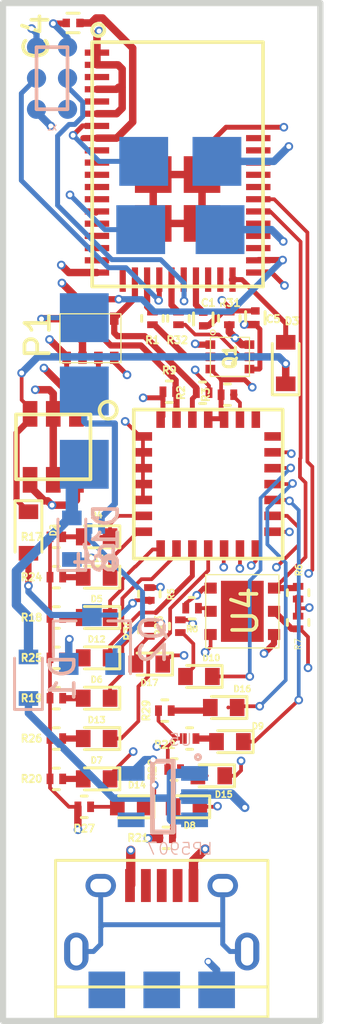
<source format=kicad_pcb>
(kicad_pcb (version 4) (host pcbnew 4.0.5)
  (layers (0 F.Cu signal) (1 In1.Cu power) (2 In2.Cu power) (31 B.Cu signal) (34 B.Paste user) (35 F.Paste user) (36 B.SilkS user) (37 F.SilkS user) (38 B.Mask user) (39 F.Mask user) (44 Edge.Cuts user))
  (net 0 "")
  (net 1 +3V3)
  (net 2 GND)
  (net 3 "Net-(C1-Pad2)")
  (net 4 LDO_OUT)
  (net 5 "Net-(C4-Pad1)")
  (net 6 JTAG_DTR)
  (net 7 "Net-(D2-Pad1)")
  (net 8 PWR_IND)
  (net 9 I2C_SCL)
  (net 10 I2C_SDA)
  (net 11 JTAG_TX)
  (net 12 JTAG_RX)
  (net 13 +5V)
  (net 14 "Net-(P4-Pad6)")
  (net 15 "Net-(R3-Pad1)")
  (net 16 "Net-(D4-Pad2)")
  (net 17 "Net-(D4-Pad1)")
  (net 18 "Net-(D5-Pad2)")
  (net 19 "Net-(D5-Pad1)")
  (net 20 "Net-(D6-Pad2)")
  (net 21 "Net-(D6-Pad1)")
  (net 22 "Net-(D7-Pad2)")
  (net 23 "Net-(D7-Pad1)")
  (net 24 "Net-(D8-Pad2)")
  (net 25 "Net-(D8-Pad1)")
  (net 26 "Net-(D9-Pad2)")
  (net 27 "Net-(D9-Pad1)")
  (net 28 "Net-(D10-Pad2)")
  (net 29 "Net-(D10-Pad1)")
  (net 30 "Net-(D11-Pad2)")
  (net 31 "Net-(D11-Pad1)")
  (net 32 "Net-(D12-Pad2)")
  (net 33 "Net-(D12-Pad1)")
  (net 34 "Net-(D13-Pad2)")
  (net 35 "Net-(D13-Pad1)")
  (net 36 "Net-(D14-Pad2)")
  (net 37 "Net-(D14-Pad1)")
  (net 38 "Net-(D15-Pad2)")
  (net 39 "Net-(D15-Pad1)")
  (net 40 "Net-(D16-Pad2)")
  (net 41 "Net-(D16-Pad1)")
  (net 42 "Net-(D17-Pad2)")
  (net 43 "Net-(D17-Pad1)")
  (net 44 BUZZ)
  (net 45 VIB)
  (net 46 P_SWITCH)
  (net 47 S2)
  (net 48 G1)
  (net 49 G2)
  (net 50 D1)
  (net 51 "Net-(Q2-Pad1)")
  (net 52 P_SWITCH_IN)
  (net 53 BAT_CHRG)
  (net 54 BAT_POWER_ON)
  (net 55 "Net-(R8-Pad1)")
  (net 56 +BATT)
  (net 57 "Net-(D1-Pad1)")
  (net 58 "Net-(D18-Pad1)")
  (net 59 "Net-(P4-Pad2)")
  (net 60 "Net-(P4-Pad3)")
  (net 61 "Net-(P4-Pad4)")
  (net 62 BAT_NTC)
  (net 63 BAT+)
  (net 64 "Net-(U1-Pad21)")
  (net 65 "Net-(U1-Pad22)")
  (net 66 "Net-(U2-Pad3)")
  (net 67 "Net-(U2-Pad5)")
  (net 68 "Net-(U2-Pad9)")
  (net 69 "Net-(U2-Pad10)")
  (net 70 "Net-(U2-Pad11)")
  (net 71 "Net-(U2-Pad12)")
  (net 72 "Net-(U2-Pad13)")
  (net 73 "Net-(U2-Pad14)")
  (net 74 "Net-(U2-Pad15)")
  (net 75 "Net-(U2-Pad16)")
  (net 76 "Net-(U2-Pad17)")
  (net 77 "Net-(U2-Pad18)")
  (net 78 "Net-(U2-Pad20)")
  (net 79 "Net-(U2-Pad27)")
  (net 80 "Net-(U2-Pad28)")
  (net 81 "Net-(U2-Pad32)")
  (net 82 "Net-(U2-Pad33)")
  (net 83 "Net-(U2-Pad34)")
  (net 84 "Net-(U2-Pad37)")
  (net 85 "Net-(U2-Pad38)")
  (net 86 "Net-(U2-Pad39)")
  (net 87 "Net-(U2-Pad40)")
  (net 88 "Net-(U2-Pad41)")
  (net 89 "Net-(U5-Pad4)")
  (net 90 "Net-(X1-Pad2)")
  (module myfootprint:R_0201 (layer F.Cu) (at 139.192 91.948 90)
    (fp_text reference R30 (at 0 -0.875 90) (layer F.SilkS) (effects (font (size 0.3 0.3) (thickness 0.075))))
    (fp_text value 10K)
    (pad 1 smd rect (at -0.26 0 90) (size 0.28 0.43) (layers F.Cu F.Paste F.Mask) (net 42 "Net-(D17-Pad2)"))
    (pad 2 smd rect (at 0.26 0 90) (size 0.28 0.43) (layers F.Cu F.Paste F.Mask) (net 1 +3V3))
  )
  (module Connectors:USB_Micro-B (layer F.Cu) (at 139.7 103.759)
    (fp_text reference P4)
    (fp_text value USB_OTG)
    (pad 1 smd rect (at -1.3 -1.35 90) (size 1.35 0.4) (layers F.Cu F.Paste F.Mask) (net 13 +5V))
    (pad 2 smd rect (at -0.65 -1.35 90) (size 1.35 0.4) (layers F.Cu F.Paste F.Mask) (net 59 "Net-(P4-Pad2)"))
    (pad 3 smd rect (at 0 -1.35 90) (size 1.35 0.4) (layers F.Cu F.Paste F.Mask) (net 60 "Net-(P4-Pad3)"))
    (pad 4 smd rect (at 0.65 -1.35 90) (size 1.35 0.4) (layers F.Cu F.Paste F.Mask) (net 61 "Net-(P4-Pad4)"))
    (pad 5 smd rect (at 1.3 -1.35 90) (size 1.35 0.4) (layers F.Cu F.Paste F.Mask) (net 2 GND))
    (pad 6 thru_hole oval (at -2.5 -1.35 90) (size 0.95 1.25) (drill oval 0.55 0.85) (layers *.Cu *.Mask) (net 14 "Net-(P4-Pad6)"))
    (pad 6 thru_hole oval (at 2.5 -1.35 90) (size 0.95 1.25) (drill oval 0.55 0.85) (layers *.Cu *.Mask) (net 14 "Net-(P4-Pad6)"))
    (pad 6 thru_hole oval (at -3.5 1.35 90) (size 1.55 1) (drill oval 1.15 0.5) (layers *.Cu *.Mask) (net 14 "Net-(P4-Pad6)"))
    (pad 6 thru_hole oval (at 3.5 1.35 90) (size 1.55 1) (drill oval 1.15 0.5) (layers *.Cu *.Mask) (net 14 "Net-(P4-Pad6)"))
  )
  (module LEDs:LED_0402 (layer F.Cu) (at 137.033 93.091 180)
    (fp_text reference D12 (at 0 0.762 180) (layer F.SilkS) (effects (font (size 0.25 0.25) (thickness 0.0625))))
    (fp_text value LED)
    (pad 2 smd rect (at 0.55 0) (size 0.6 0.7) (layers F.Cu F.Paste F.Mask) (net 32 "Net-(D12-Pad2)"))
    (pad 1 smd rect (at -0.55 0) (size 0.6 0.7) (layers F.Cu F.Paste F.Mask) (net 33 "Net-(D12-Pad1)"))
  )
  (module LEDs:LED_0402 (layer F.Cu) (at 137.033 88.138 180)
    (fp_text reference D4 (at 0 0.889 180) (layer F.SilkS) (effects (font (size 0.25 0.25) (thickness 0.0625))))
    (fp_text value LED)
    (pad 2 smd rect (at 0.55 0) (size 0.6 0.7) (layers F.Cu F.Paste F.Mask) (net 16 "Net-(D4-Pad2)"))
    (pad 1 smd rect (at -0.55 0) (size 0.6 0.7) (layers F.Cu F.Paste F.Mask) (net 17 "Net-(D4-Pad1)"))
  )
  (module myfootprint:TPS22929 (layer F.Cu) (at 135.255 84.455)
    (fp_text reference U6 hide)
    (fp_text value TPS22929)
    (pad 1 smd rect (at 0.95 -1.35) (size 0.6 1.05) (layers F.Cu F.Paste F.Mask) (net 1 +3V3))
    (pad 2 smd rect (at 0 -1.35) (size 0.6 1.05) (layers F.Cu F.Paste F.Mask) (net 2 GND))
    (pad 3 smd rect (at -0.95 -1.35) (size 0.6 1.05) (layers F.Cu F.Paste F.Mask) (net 7 "Net-(D2-Pad1)"))
    (pad 4 smd rect (at -0.95 1.35) (size 0.6 1.05) (layers F.Cu F.Paste F.Mask) (net 4 LDO_OUT))
    (pad 5 smd rect (at 0 1.35) (size 0.6 1.05) (layers F.Cu F.Paste F.Mask) (net 2 GND))
    (pad 6 smd rect (at 0.95 1.35) (size 0.6 1.05) (layers F.Cu F.Paste F.Mask) (net 4 LDO_OUT))
  )
  (module myfootprint:BMP280 (layer F.Cu) (at 136.779 80.01 90)
    (fp_text reference P1 (at 0.127 -2.159 90) (layer F.SilkS))
    (fp_text value BMP280)
    (pad 1 smd rect (at 0.8 -0.975 90) (size 0.5 0.35) (layers F.Cu F.Paste F.Mask) (net 2 GND))
    (pad 2 smd rect (at 0.8 -0.325 90) (size 0.5 0.35) (layers F.Cu F.Paste F.Mask) (net 1 +3V3))
    (pad 3 smd rect (at 0.8 0.325 90) (size 0.5 0.35) (layers F.Cu F.Paste F.Mask) (net 10 I2C_SDA))
    (pad 4 smd rect (at 0.8 0.975 90) (size 0.5 0.35) (layers F.Cu F.Paste F.Mask) (net 9 I2C_SCL))
    (pad 5 smd rect (at -0.8 0.975 90) (size 0.5 0.35) (layers F.Cu F.Paste F.Mask) (net 2 GND))
    (pad 6 smd rect (at -0.8 0.325 90) (size 0.5 0.35) (layers F.Cu F.Paste F.Mask) (net 1 +3V3))
    (pad 7 smd rect (at -0.8 -0.325 90) (size 0.5 0.35) (layers F.Cu F.Paste F.Mask) (net 2 GND))
    (pad 8 smd rect (at -0.8 -0.975 90) (size 0.5 0.35) (layers F.Cu F.Paste F.Mask) (net 1 +3V3))
  )
  (module myfootprint:R_0201 (layer F.Cu) (at 139.319 79.1972 270)
    (fp_text reference R1 (at 0.889 0 360) (layer F.SilkS) (effects (font (size 0.3 0.3) (thickness 0.075))))
    (fp_text value 10K)
    (pad 1 smd rect (at -0.26 0 270) (size 0.28 0.43) (layers F.Cu F.Paste F.Mask) (net 45 VIB))
    (pad 2 smd rect (at 0.26 0 270) (size 0.28 0.43) (layers F.Cu F.Paste F.Mask) (net 48 G1))
  )
  (module myfootprint:BUZZ (layer B.Cu) (at 140.462 72.771 270)
    (fp_text reference B1 hide)
    (fp_text value BUZZ)
    (pad 1 smd rect (at 0 1.5 270) (size 2 2) (layers B.Cu B.Paste B.Mask) (net 1 +3V3))
    (pad 2 smd rect (at 0 -1.5 270) (size 2 2) (layers B.Cu B.Paste B.Mask) (net 47 S2))
  )
  (module myfootprint:TC2030-MCP-NL (layer B.Cu) (at 135.2042 69.3674)
    (fp_text reference X1 (at 0 2.032) (layer B.SilkS) (effects (font (size 0.2 0.2) (thickness 0.05)) (justify mirror)))
    (fp_text value TC2030-MCP-NL)
    (pad 1 smd circle (at -0.635 1.27) (size 0.787 0.787) (layers B.Cu B.Paste B.Mask) (net 1 +3V3))
    (pad 2 smd circle (at 0.635 1.27) (size 0.787 0.787) (layers B.Cu B.Paste B.Mask) (net 90 "Net-(X1-Pad2)"))
    (pad 3 smd circle (at -0.635 0) (size 0.787 0.787) (layers B.Cu B.Paste B.Mask) (net 12 JTAG_RX))
    (pad 4 smd circle (at 0.635 0) (size 0.787 0.787) (layers B.Cu B.Paste B.Mask) (net 11 JTAG_TX))
    (pad 5 smd circle (at -0.635 -1.27) (size 0.787 0.787) (layers B.Cu B.Paste B.Mask) (net 2 GND))
    (pad 6 smd circle (at 0.635 -1.27) (size 0.787 0.787) (layers B.Cu B.Paste B.Mask) (net 6 JTAG_DTR))
  )
  (module Diodes_SMD:D_0603 (layer F.Cu) (at 134.239 87.9602 270)
    (fp_text reference D2 (at -0.0898 -1.016 270) (layer F.SilkS) (effects (font (size 0.25 0.25) (thickness 0.0625))))
    (fp_text value D_Schottky)
    (pad 1 smd rect (at -0.85 0 270) (size 0.6 0.8) (layers F.Cu F.Paste F.Mask) (net 7 "Net-(D2-Pad1)"))
    (pad 2 smd rect (at 0.85 0 270) (size 0.6 0.8) (layers F.Cu F.Paste F.Mask) (net 46 P_SWITCH))
  )
  (module Diodes_SMD:D_0603 (layer F.Cu) (at 144.78 81.026 90)
    (fp_text reference D3 (at 1.7145 0.254 180) (layer F.SilkS) (effects (font (size 0.3 0.3) (thickness 0.075))))
    (fp_text value D_Schottky)
    (pad 1 smd rect (at -0.85 0 90) (size 0.6 0.8) (layers F.Cu F.Paste F.Mask) (net 7 "Net-(D2-Pad1)"))
    (pad 2 smd rect (at 0.85 0 90) (size 0.6 0.8) (layers F.Cu F.Paste F.Mask) (net 8 PWR_IND))
  )
  (module myfootprint:RFD77101 (layer F.Cu) (at 140.351 72.891)
    (fp_text reference U2 hide)
    (fp_text value RFD77101)
    (pad 1 smd rect (at -3.305 -4.57 90) (size 0.254 1) (layers F.Cu F.Paste F.Mask) (net 2 GND))
    (pad 2 smd rect (at -3.305 -4.07 90) (size 0.254 1) (layers F.Cu F.Paste F.Mask) (net 2 GND))
    (pad 3 smd rect (at -3.305 -3.57 90) (size 0.254 1) (layers F.Cu F.Paste F.Mask) (net 66 "Net-(U2-Pad3)"))
    (pad 4 smd rect (at -3.305 -3.07 90) (size 0.254 1) (layers F.Cu F.Paste F.Mask) (net 2 GND))
    (pad 5 smd rect (at -3.305 -2.57 90) (size 0.254 1) (layers F.Cu F.Paste F.Mask) (net 67 "Net-(U2-Pad5)"))
    (pad 19 smd rect (at -3.305 4.43 90) (size 0.254 1) (layers F.Cu F.Paste F.Mask) (net 2 GND))
    (pad 6 smd rect (at -3.305 -2.07 90) (size 0.254 1) (layers F.Cu F.Paste F.Mask) (net 2 GND))
    (pad 7 smd rect (at -3.305 -1.57 90) (size 0.254 1) (layers F.Cu F.Paste F.Mask) (net 1 +3V3))
    (pad 8 smd rect (at -3.305 -1.07 90) (size 0.254 1) (layers F.Cu F.Paste F.Mask) (net 5 "Net-(C4-Pad1)"))
    (pad 9 smd rect (at -3.305 -0.57 90) (size 0.254 1) (layers F.Cu F.Paste F.Mask) (net 68 "Net-(U2-Pad9)"))
    (pad 10 smd rect (at -3.305 -0.07 90) (size 0.254 1) (layers F.Cu F.Paste F.Mask) (net 69 "Net-(U2-Pad10)"))
    (pad 11 smd rect (at -3.305 0.43 90) (size 0.254 1) (layers F.Cu F.Paste F.Mask) (net 70 "Net-(U2-Pad11)"))
    (pad 12 smd rect (at -3.305 0.93 90) (size 0.254 1) (layers F.Cu F.Paste F.Mask) (net 71 "Net-(U2-Pad12)"))
    (pad 13 smd rect (at -3.305 1.43 90) (size 0.254 1) (layers F.Cu F.Paste F.Mask) (net 72 "Net-(U2-Pad13)"))
    (pad 14 smd rect (at -3.305 1.93 90) (size 0.254 1) (layers F.Cu F.Paste F.Mask) (net 73 "Net-(U2-Pad14)"))
    (pad 15 smd rect (at -3.305 2.43 90) (size 0.254 1) (layers F.Cu F.Paste F.Mask) (net 74 "Net-(U2-Pad15)"))
    (pad 16 smd rect (at -3.305 2.93 90) (size 0.254 1) (layers F.Cu F.Paste F.Mask) (net 75 "Net-(U2-Pad16)"))
    (pad 17 smd rect (at -3.305 3.43 90) (size 0.254 1) (layers F.Cu F.Paste F.Mask) (net 76 "Net-(U2-Pad17)"))
    (pad 18 smd rect (at -3.305 3.93 90) (size 0.254 1) (layers F.Cu F.Paste F.Mask) (net 77 "Net-(U2-Pad18)"))
    (pad 20 smd rect (at -2.25 4.72) (size 0.254 1) (layers F.Cu F.Paste F.Mask) (net 78 "Net-(U2-Pad20)"))
    (pad 21 smd rect (at -1.75 4.72) (size 0.254 1) (layers F.Cu F.Paste F.Mask) (net 9 I2C_SCL))
    (pad 22 smd rect (at -1.25 4.72) (size 0.254 1) (layers F.Cu F.Paste F.Mask) (net 45 VIB))
    (pad 23 smd rect (at -0.75 4.72) (size 0.254 1) (layers F.Cu F.Paste F.Mask) (net 12 JTAG_RX))
    (pad 24 smd rect (at -0.25 4.72) (size 0.254 1) (layers F.Cu F.Paste F.Mask) (net 44 BUZZ))
    (pad 25 smd rect (at 0.25 4.72) (size 0.254 1) (layers F.Cu F.Paste F.Mask) (net 11 JTAG_TX))
    (pad 26 smd rect (at 0.75 4.72) (size 0.254 1) (layers F.Cu F.Paste F.Mask) (net 3 "Net-(C1-Pad2)"))
    (pad 27 smd rect (at 1.25 4.72) (size 0.254 1) (layers F.Cu F.Paste F.Mask) (net 79 "Net-(U2-Pad27)"))
    (pad 28 smd rect (at 1.75 4.72) (size 0.254 1) (layers F.Cu F.Paste F.Mask) (net 80 "Net-(U2-Pad28)"))
    (pad 29 smd rect (at 2.25 4.72) (size 0.254 1) (layers F.Cu F.Paste F.Mask) (net 8 PWR_IND))
    (pad 30 smd rect (at 3.305 4.43 90) (size 0.254 1) (layers F.Cu F.Paste F.Mask) (net 2 GND))
    (pad 31 smd rect (at 3.305 3.93 90) (size 0.254 1) (layers F.Cu F.Paste F.Mask) (net 10 I2C_SDA))
    (pad 32 smd rect (at 3.305 3.43 90) (size 0.254 1) (layers F.Cu F.Paste F.Mask) (net 81 "Net-(U2-Pad32)"))
    (pad 33 smd rect (at 3.305 2.93 90) (size 0.254 1) (layers F.Cu F.Paste F.Mask) (net 82 "Net-(U2-Pad33)"))
    (pad 34 smd rect (at 3.305 2.43 90) (size 0.254 1) (layers F.Cu F.Paste F.Mask) (net 83 "Net-(U2-Pad34)"))
    (pad 35 smd rect (at 3.305 1.93 90) (size 0.254 1) (layers F.Cu F.Paste F.Mask) (net 53 BAT_CHRG))
    (pad 36 smd rect (at 3.305 1.43 90) (size 0.254 1) (layers F.Cu F.Paste F.Mask) (net 54 BAT_POWER_ON))
    (pad 37 smd rect (at 3.305 0.93 90) (size 0.254 1) (layers F.Cu F.Paste F.Mask) (net 84 "Net-(U2-Pad37)"))
    (pad 38 smd rect (at 3.305 0.43 90) (size 0.254 1) (layers F.Cu F.Paste F.Mask) (net 85 "Net-(U2-Pad38)"))
    (pad 39 smd rect (at 3.305 -0.07 90) (size 0.254 1) (layers F.Cu F.Paste F.Mask) (net 86 "Net-(U2-Pad39)"))
    (pad 40 smd rect (at 3.305 -0.57 90) (size 0.254 1) (layers F.Cu F.Paste F.Mask) (net 87 "Net-(U2-Pad40)"))
    (pad 41 smd rect (at 3.305 -1.07 90) (size 0.254 1) (layers F.Cu F.Paste F.Mask) (net 88 "Net-(U2-Pad41)"))
    (pad 42 smd rect (at -1 0.42 90) (size 1.5 1.5) (layers F.Cu F.Paste F.Mask) (net 2 GND))
    (pad 43 smd rect (at -1 2.42 90) (size 1.5 1.5) (layers F.Cu F.Paste F.Mask) (net 2 GND))
    (pad 44 smd rect (at 1 2.42 90) (size 1.5 1.5) (layers F.Cu F.Paste F.Mask) (net 2 GND))
    (pad 45 smd rect (at 1 0.42 90) (size 1.5 1.5) (layers F.Cu F.Paste F.Mask) (net 2 GND))
  )
  (module Capacitors_SMD:C_0201 (layer F.Cu) (at 141.4018 79.2226 90)
    (fp_text reference C1 (at 0.6604 0.2032 180) (layer F.SilkS) (effects (font (size 0.3 0.3) (thickness 0.075))))
    (fp_text value 1.0uF)
    (pad 1 smd rect (at -0.28 0 90) (size 0.3 0.35) (layers F.Cu F.Paste F.Mask) (net 2 GND))
    (pad 2 smd rect (at 0.28 0 90) (size 0.3 0.35) (layers F.Cu F.Paste F.Mask) (net 3 "Net-(C1-Pad2)"))
  )
  (module Capacitors_SMD:C_0201 (layer F.Cu) (at 136.0678 67.1068 180)
    (fp_text reference C4 (at 1.4992 -0.5588 270) (layer F.SilkS))
    (fp_text value 1.0uF)
    (pad 1 smd rect (at -0.28 0 180) (size 0.3 0.35) (layers F.Cu F.Paste F.Mask) (net 5 "Net-(C4-Pad1)"))
    (pad 2 smd rect (at 0.28 0 180) (size 0.3 0.35) (layers F.Cu F.Paste F.Mask) (net 6 JTAG_DTR))
  )
  (module Capacitors_SMD:C_0201 (layer F.Cu) (at 143.5354 79.1718 90)
    (fp_text reference C5 (at -0.0508 0.7366 180) (layer F.SilkS) (effects (font (size 0.3 0.3) (thickness 0.075))))
    (fp_text value 1.0uF)
    (pad 1 smd rect (at -0.28 0 90) (size 0.3 0.35) (layers F.Cu F.Paste F.Mask) (net 47 S2))
    (pad 2 smd rect (at 0.28 0 90) (size 0.3 0.35) (layers F.Cu F.Paste F.Mask) (net 2 GND))
  )
  (module myfootprint:PCA9685_QFN (layer F.Cu) (at 141.605 85.979)
    (fp_text reference U1 hide)
    (fp_text value PCA9685)
    (pad 1 smd rect (at -2.675 -1.95) (size 0.75 0.35) (layers F.Cu F.Paste F.Mask) (net 2 GND))
    (pad 2 smd rect (at -2.675 -1.3) (size 0.75 0.35) (layers F.Cu F.Paste F.Mask) (net 2 GND))
    (pad 3 smd rect (at -2.675 -0.65) (size 0.75 0.35) (layers F.Cu F.Paste F.Mask) (net 2 GND))
    (pad 4 smd rect (at -2.675 0) (size 0.75 0.35) (layers F.Cu F.Paste F.Mask) (net 2 GND))
    (pad 5 smd rect (at -2.675 0.65) (size 0.75 0.35) (layers F.Cu F.Paste F.Mask) (net 2 GND))
    (pad 6 smd rect (at -2.675 1.3) (size 0.75 0.35) (layers F.Cu F.Paste F.Mask) (net 17 "Net-(D4-Pad1)"))
    (pad 7 smd rect (at -2.675 1.95) (size 0.75 0.35) (layers F.Cu F.Paste F.Mask) (net 31 "Net-(D11-Pad1)"))
    (pad 8 smd rect (at -1.95 2.675) (size 0.35 0.75) (layers F.Cu F.Paste F.Mask) (net 19 "Net-(D5-Pad1)"))
    (pad 15 smd rect (at 2.675 1.95) (size 0.75 0.35) (layers F.Cu F.Paste F.Mask) (net 25 "Net-(D8-Pad1)"))
    (pad 16 smd rect (at 2.675 1.3) (size 0.75 0.35) (layers F.Cu F.Paste F.Mask) (net 39 "Net-(D15-Pad1)"))
    (pad 17 smd rect (at 2.675 0.65) (size 0.75 0.35) (layers F.Cu F.Paste F.Mask) (net 27 "Net-(D9-Pad1)"))
    (pad 18 smd rect (at 2.675 0) (size 0.75 0.35) (layers F.Cu F.Paste F.Mask) (net 41 "Net-(D16-Pad1)"))
    (pad 19 smd rect (at 2.675 -0.65) (size 0.75 0.35) (layers F.Cu F.Paste F.Mask) (net 29 "Net-(D10-Pad1)"))
    (pad 20 smd rect (at 2.675 -1.3) (size 0.75 0.35) (layers F.Cu F.Paste F.Mask) (net 43 "Net-(D17-Pad1)"))
    (pad 21 smd rect (at 2.675 -1.95) (size 0.75 0.35) (layers F.Cu F.Paste F.Mask) (net 64 "Net-(U1-Pad21)"))
    (pad 9 smd rect (at -1.3 2.675) (size 0.35 0.75) (layers F.Cu F.Paste F.Mask) (net 33 "Net-(D12-Pad1)"))
    (pad 10 smd rect (at -0.65 2.675) (size 0.35 0.75) (layers F.Cu F.Paste F.Mask) (net 21 "Net-(D6-Pad1)"))
    (pad 11 smd rect (at 0 2.675) (size 0.35 0.75) (layers F.Cu F.Paste F.Mask) (net 35 "Net-(D13-Pad1)"))
    (pad 12 smd rect (at 0.65 2.675) (size 0.35 0.75) (layers F.Cu F.Paste F.Mask) (net 23 "Net-(D7-Pad1)"))
    (pad 13 smd rect (at 1.3 2.675) (size 0.35 0.75) (layers F.Cu F.Paste F.Mask) (net 37 "Net-(D14-Pad1)"))
    (pad 14 smd rect (at 1.95 2.675) (size 0.35 0.75) (layers F.Cu F.Paste F.Mask) (net 2 GND))
    (pad 22 smd rect (at 1.95 -2.675) (size 0.35 0.75) (layers F.Cu F.Paste F.Mask) (net 65 "Net-(U1-Pad22)"))
    (pad 23 smd rect (at 1.3 -2.675) (size 0.35 0.75) (layers F.Cu F.Paste F.Mask) (net 15 "Net-(R3-Pad1)"))
    (pad 24 smd rect (at 0.65 -2.675) (size 0.35 0.75) (layers F.Cu F.Paste F.Mask) (net 2 GND))
    (pad 25 smd rect (at 0 -2.675) (size 0.35 0.75) (layers F.Cu F.Paste F.Mask) (net 2 GND))
    (pad 26 smd rect (at -0.65 -2.675) (size 0.35 0.75) (layers F.Cu F.Paste F.Mask) (net 9 I2C_SCL))
    (pad 27 smd rect (at -1.3 -2.675) (size 0.35 0.75) (layers F.Cu F.Paste F.Mask) (net 10 I2C_SDA))
    (pad 28 smd rect (at -1.95 -2.675) (size 0.35 0.75) (layers F.Cu F.Paste F.Mask) (net 1 +3V3))
  )
  (module myfootprint:R_0201 (layer F.Cu) (at 141.3764 82.24012 180)
    (fp_text reference R2 (at 0.889 0 270) (layer F.SilkS) (effects (font (size 0.3 0.3) (thickness 0.075))))
    (fp_text value 4.7K)
    (pad 1 smd rect (at -0.26 0 180) (size 0.28 0.43) (layers F.Cu F.Paste F.Mask) (net 1 +3V3))
    (pad 2 smd rect (at 0.26 0 180) (size 0.28 0.43) (layers F.Cu F.Paste F.Mask) (net 9 I2C_SCL))
  )
  (module myfootprint:R_0201 (layer F.Cu) (at 142.3924 82.3214 180)
    (fp_text reference R3 (at 0.889 0 450) (layer F.SilkS) (effects (font (size 0.3 0.3) (thickness 0.075))))
    (fp_text value 10K)
    (pad 1 smd rect (at -0.26 0 180) (size 0.28 0.43) (layers F.Cu F.Paste F.Mask) (net 15 "Net-(R3-Pad1)"))
    (pad 2 smd rect (at 0.26 0 180) (size 0.28 0.43) (layers F.Cu F.Paste F.Mask) (net 2 GND))
  )
  (module myfootprint:R_0201 (layer F.Cu) (at 135.382 88.138 180)
    (fp_text reference R17 (at 1.016 0 180) (layer F.SilkS) (effects (font (size 0.3 0.3) (thickness 0.075))))
    (fp_text value 10K)
    (pad 1 smd rect (at -0.26 0 180) (size 0.28 0.43) (layers F.Cu F.Paste F.Mask) (net 16 "Net-(D4-Pad2)"))
    (pad 2 smd rect (at 0.26 0 180) (size 0.28 0.43) (layers F.Cu F.Paste F.Mask) (net 1 +3V3))
  )
  (module myfootprint:R_0201 (layer F.Cu) (at 135.382 91.44 180)
    (fp_text reference R18 (at 1.016 0 180) (layer F.SilkS) (effects (font (size 0.3 0.3) (thickness 0.075))))
    (fp_text value 10K)
    (pad 1 smd rect (at -0.26 0 180) (size 0.28 0.43) (layers F.Cu F.Paste F.Mask) (net 18 "Net-(D5-Pad2)"))
    (pad 2 smd rect (at 0.26 0 180) (size 0.28 0.43) (layers F.Cu F.Paste F.Mask) (net 1 +3V3))
  )
  (module myfootprint:R_0201 (layer F.Cu) (at 135.382 94.742 180)
    (fp_text reference R19 (at 1.016 0 180) (layer F.SilkS) (effects (font (size 0.3 0.3) (thickness 0.075))))
    (fp_text value 10K)
    (pad 1 smd rect (at -0.26 0 180) (size 0.28 0.43) (layers F.Cu F.Paste F.Mask) (net 20 "Net-(D6-Pad2)"))
    (pad 2 smd rect (at 0.26 0 180) (size 0.28 0.43) (layers F.Cu F.Paste F.Mask) (net 1 +3V3))
  )
  (module myfootprint:R_0201 (layer F.Cu) (at 135.382 98.044 180)
    (fp_text reference R20 (at 1.016 0 180) (layer F.SilkS) (effects (font (size 0.3 0.3) (thickness 0.075))))
    (fp_text value 10K)
    (pad 1 smd rect (at -0.26 0 180) (size 0.28 0.43) (layers F.Cu F.Paste F.Mask) (net 22 "Net-(D7-Pad2)"))
    (pad 2 smd rect (at 0.26 0 180) (size 0.28 0.43) (layers F.Cu F.Paste F.Mask) (net 1 +3V3))
  )
  (module myfootprint:R_0201 (layer F.Cu) (at 139.8778 100.457 180)
    (fp_text reference R21 (at 1.143 0 180) (layer F.SilkS) (effects (font (size 0.3 0.3) (thickness 0.075))))
    (fp_text value 10K)
    (pad 1 smd rect (at -0.26 0 180) (size 0.28 0.43) (layers F.Cu F.Paste F.Mask) (net 24 "Net-(D8-Pad2)"))
    (pad 2 smd rect (at 0.26 0 180) (size 0.28 0.43) (layers F.Cu F.Paste F.Mask) (net 1 +3V3))
  )
  (module myfootprint:R_0201 (layer F.Cu) (at 140.843 96.393 180)
    (fp_text reference R22 (at 1.016 -0.254 180) (layer F.SilkS) (effects (font (size 0.3 0.3) (thickness 0.075))))
    (fp_text value 10K)
    (pad 1 smd rect (at -0.26 0 180) (size 0.28 0.43) (layers F.Cu F.Paste F.Mask) (net 26 "Net-(D9-Pad2)"))
    (pad 2 smd rect (at 0.26 0 180) (size 0.28 0.43) (layers F.Cu F.Paste F.Mask) (net 1 +3V3))
  )
  (module myfootprint:R_0201 (layer F.Cu) (at 140.462 91.7956 90)
    (fp_text reference R23 (at 0 -0.875 90) (layer F.SilkS) (effects (font (size 0.3 0.3) (thickness 0.075))))
    (fp_text value 10K)
    (pad 1 smd rect (at -0.26 0 90) (size 0.28 0.43) (layers F.Cu F.Paste F.Mask) (net 28 "Net-(D10-Pad2)"))
    (pad 2 smd rect (at 0.26 0 90) (size 0.28 0.43) (layers F.Cu F.Paste F.Mask) (net 1 +3V3))
  )
  (module myfootprint:R_0201 (layer F.Cu) (at 135.382 89.789 180)
    (fp_text reference R24 (at 1.016 0 180) (layer F.SilkS) (effects (font (size 0.3 0.3) (thickness 0.075))))
    (fp_text value 10K)
    (pad 1 smd rect (at -0.26 0 180) (size 0.28 0.43) (layers F.Cu F.Paste F.Mask) (net 30 "Net-(D11-Pad2)"))
    (pad 2 smd rect (at 0.26 0 180) (size 0.28 0.43) (layers F.Cu F.Paste F.Mask) (net 1 +3V3))
  )
  (module myfootprint:R_0201 (layer F.Cu) (at 135.382 93.091 180)
    (fp_text reference R25 (at 1.016 0 180) (layer F.SilkS) (effects (font (size 0.3 0.3) (thickness 0.075))))
    (fp_text value 10K)
    (pad 1 smd rect (at -0.26 0 180) (size 0.28 0.43) (layers F.Cu F.Paste F.Mask) (net 32 "Net-(D12-Pad2)"))
    (pad 2 smd rect (at 0.26 0 180) (size 0.28 0.43) (layers F.Cu F.Paste F.Mask) (net 1 +3V3))
  )
  (module myfootprint:R_0201 (layer F.Cu) (at 135.382 96.393 180)
    (fp_text reference R26 (at 1.016 0 180) (layer F.SilkS) (effects (font (size 0.3 0.3) (thickness 0.075))))
    (fp_text value 10K)
    (pad 1 smd rect (at -0.26 0 180) (size 0.28 0.43) (layers F.Cu F.Paste F.Mask) (net 34 "Net-(D13-Pad2)"))
    (pad 2 smd rect (at 0.26 0 180) (size 0.28 0.43) (layers F.Cu F.Paste F.Mask) (net 1 +3V3))
  )
  (module myfootprint:R_0201 (layer F.Cu) (at 136.525 99.187 180)
    (fp_text reference R27 (at 0 -0.889 180) (layer F.SilkS) (effects (font (size 0.3 0.3) (thickness 0.075))))
    (fp_text value 10K)
    (pad 1 smd rect (at -0.26 0 180) (size 0.28 0.43) (layers F.Cu F.Paste F.Mask) (net 36 "Net-(D14-Pad2)"))
    (pad 2 smd rect (at 0.26 0 180) (size 0.28 0.43) (layers F.Cu F.Paste F.Mask) (net 1 +3V3))
  )
  (module myfootprint:R_0201 (layer F.Cu) (at 140.208 97.663 180)
    (fp_text reference R28 (at 0.889 0 450) (layer F.SilkS) (effects (font (size 0.3 0.3) (thickness 0.075))))
    (fp_text value 10K)
    (pad 1 smd rect (at -0.26 0 180) (size 0.28 0.43) (layers F.Cu F.Paste F.Mask) (net 38 "Net-(D15-Pad2)"))
    (pad 2 smd rect (at 0.26 0 180) (size 0.28 0.43) (layers F.Cu F.Paste F.Mask) (net 1 +3V3))
  )
  (module myfootprint:R_0201 (layer F.Cu) (at 139.827 95.25 180)
    (fp_text reference R29 (at 0.762 0 270) (layer F.SilkS) (effects (font (size 0.3 0.3) (thickness 0.075))))
    (fp_text value 10K)
    (pad 1 smd rect (at -0.26 0 180) (size 0.28 0.43) (layers F.Cu F.Paste F.Mask) (net 40 "Net-(D16-Pad2)"))
    (pad 2 smd rect (at 0.26 0 180) (size 0.28 0.43) (layers F.Cu F.Paste F.Mask) (net 1 +3V3))
  )
  (module myfootprint:R_0201 (layer F.Cu) (at 142.4686 79.1972 90)
    (fp_text reference R31 (at 0.635 0.0254 180) (layer F.SilkS) (effects (font (size 0.3 0.3) (thickness 0.075))))
    (fp_text value 10K)
    (pad 1 smd rect (at -0.26 0 90) (size 0.28 0.43) (layers F.Cu F.Paste F.Mask) (net 50 D1))
    (pad 2 smd rect (at 0.26 0 90) (size 0.28 0.43) (layers F.Cu F.Paste F.Mask) (net 2 GND))
  )
  (module myfootprint:R_0201 (layer F.Cu) (at 140.3858 79.1972 90)
    (fp_text reference R32 (at -0.889 -0.0508 180) (layer F.SilkS) (effects (font (size 0.3 0.3) (thickness 0.075))))
    (fp_text value 20)
    (pad 1 smd rect (at -0.26 0 90) (size 0.28 0.43) (layers F.Cu F.Paste F.Mask) (net 49 G2))
    (pad 2 smd rect (at 0.26 0 90) (size 0.28 0.43) (layers F.Cu F.Paste F.Mask) (net 44 BUZZ))
  )
  (module myfootprint:FC6946010R (layer F.Cu) (at 142.494 80.772 270)
    (fp_text reference Q1 (at 0 0 270) (layer F.SilkS) (effects (font (size 0.5 0.5) (thickness 0.125))))
    (fp_text value FC6946010R)
    (pad 1 smd rect (at -0.5 0.8 270) (size 0.35 0.4) (layers F.Cu F.Paste F.Mask) (net 1 +3V3))
    (pad 2 smd rect (at 0 0.8 270) (size 0.35 0.4) (layers F.Cu F.Paste F.Mask) (net 48 G1))
    (pad 3 smd rect (at 0.5 0.8 270) (size 0.35 0.4) (layers F.Cu F.Paste F.Mask) (net 2 GND))
    (pad 4 smd rect (at 0.5 -0.8 270) (size 0.35 0.4) (layers F.Cu F.Paste F.Mask) (net 47 S2))
    (pad 5 smd rect (at 0 -0.8 270) (size 0.35 0.4) (layers F.Cu F.Paste F.Mask) (net 49 G2))
    (pad 6 smd rect (at -0.5 -0.8 270) (size 0.35 0.4) (layers F.Cu F.Paste F.Mask) (net 50 D1))
  )
  (module myfootprint:BAT (layer B.Cu) (at 139.7 106.68 90)
    (fp_text reference P6 hide)
    (fp_text value CONN_01X03)
    (pad 1 smd rect (at 0 2.25 90) (size 1.5 1.5) (layers B.Cu B.Paste B.Mask) (net 2 GND))
    (pad 2 smd rect (at 0 0 90) (size 1.5 1.5) (layers B.Cu B.Paste B.Mask) (net 62 BAT_NTC))
    (pad 3 smd rect (at 0 -2.25 90) (size 1.5 1.5) (layers B.Cu B.Paste B.Mask) (net 63 BAT+))
  )
  (module TO_SOT_Packages_SMD:SOT-23 (layer B.Cu) (at 136.83996 92.33916 90)
    (fp_text reference Q2 (at 0 2.5 90) (layer B.SilkS) (effects (justify mirror)))
    (fp_text value Q_NPN_BCE)
    (pad 1 smd rect (at -1 0.95 90) (size 0.9 0.8) (layers B.Cu B.Paste B.Mask) (net 51 "Net-(Q2-Pad1)"))
    (pad 2 smd rect (at -1 -0.95 90) (size 0.9 0.8) (layers B.Cu B.Paste B.Mask) (net 1 +3V3))
    (pad 3 smd rect (at 1 0 90) (size 0.9 0.8) (layers B.Cu B.Paste B.Mask) (net 46 P_SWITCH))
  )
  (module Resistors_SMD:R_0201 (layer B.Cu) (at 136.97712 87.79764)
    (fp_text reference R4 (at 0 1.25) (layer B.SilkS) (effects (justify mirror)))
    (fp_text value 330)
    (pad 1 smd rect (at -0.26 0) (size 0.28 0.43) (layers B.Cu B.Paste B.Mask) (net 51 "Net-(Q2-Pad1)"))
    (pad 2 smd rect (at 0.26 0) (size 0.28 0.43) (layers B.Cu B.Paste B.Mask) (net 52 P_SWITCH_IN))
  )
  (module Resistors_SMD:R_0201 (layer F.Cu) (at 139.192 90.4748 270)
    (fp_text reference R5 (at 0.01524 -0.889 270) (layer F.SilkS) (effects (font (size 0.25 0.25) (thickness 0.0625))))
    (fp_text value 330)
    (pad 1 smd rect (at -0.26 0 270) (size 0.28 0.43) (layers F.Cu F.Paste F.Mask) (net 2 GND))
    (pad 2 smd rect (at 0.26 0 270) (size 0.28 0.43) (layers F.Cu F.Paste F.Mask) (net 46 P_SWITCH))
  )
  (module Resistors_SMD:R_0201 (layer F.Cu) (at 145.288 90.424 90)
    (fp_text reference R6 (at 0.92456 0.03048 90) (layer F.SilkS) (effects (font (size 0.254 0.254) (thickness 0.0635))))
    (fp_text value 220 hide)
    (pad 1 smd rect (at -0.26 0 90) (size 0.28 0.43) (layers F.Cu F.Paste F.Mask) (net 4 LDO_OUT))
    (pad 2 smd rect (at 0.26 0 90) (size 0.28 0.43) (layers F.Cu F.Paste F.Mask) (net 53 BAT_CHRG))
  )
  (module Resistors_SMD:R_0201 (layer F.Cu) (at 145.288 91.6432 270)
    (fp_text reference R7 (at 0.889 0 270) (layer F.SilkS) (effects (font (size 0.254 0.254) (thickness 0.03175))))
    (fp_text value 220)
    (pad 1 smd rect (at -0.26 0 270) (size 0.28 0.43) (layers F.Cu F.Paste F.Mask) (net 4 LDO_OUT))
    (pad 2 smd rect (at 0.26 0 270) (size 0.28 0.43) (layers F.Cu F.Paste F.Mask) (net 54 BAT_POWER_ON))
  )
  (module Resistors_SMD:R_0201 (layer F.Cu) (at 140.9446 91.059 180)
    (fp_text reference R8 (at 0 -0.84836 180) (layer F.SilkS) (effects (font (size 0.25 0.25) (thickness 0.0625))))
    (fp_text value R)
    (pad 1 smd rect (at -0.26 0 180) (size 0.28 0.43) (layers F.Cu F.Paste F.Mask) (net 55 "Net-(R8-Pad1)"))
    (pad 2 smd rect (at 0.26 0 180) (size 0.28 0.43) (layers F.Cu F.Paste F.Mask) (net 2 GND))
  )
  (module myfootprint:P_SWITCH (layer B.Cu) (at 136.525 82.169)
    (fp_text reference U3 hide)
    (fp_text value P_SWITCH)
    (pad 1 smd rect (at 0 3) (size 2 2) (layers B.Cu B.Paste B.Mask) (net 56 +BATT))
    (pad 2 smd rect (at 0 0) (size 2 2) (layers B.Cu B.Paste B.Mask) (net 52 P_SWITCH_IN))
    (pad 3 smd rect (at 0 -3) (size 2 2) (layers B.Cu B.Paste B.Mask) (net 2 GND))
  )
  (module myfootprint:STBC08 (layer F.Cu) (at 143.002 91.186 90)
    (fp_text reference U4 (at 0 0.127 90) (layer F.SilkS))
    (fp_text value STBC08)
    (pad 1 smd rect (at -0.95 1.3 90) (size 0.45 0.5) (layers F.Cu F.Paste F.Mask) (net 58 "Net-(D18-Pad1)"))
    (pad 2 smd rect (at 0 1.3 90) (size 0.45 0.5) (layers F.Cu F.Paste F.Mask) (net 54 BAT_POWER_ON))
    (pad 3 smd rect (at 0.95 1.3 90) (size 0.45 0.5) (layers F.Cu F.Paste F.Mask) (net 53 BAT_CHRG))
    (pad 4 smd rect (at 0.95 -1.3 90) (size 0.45 0.5) (layers F.Cu F.Paste F.Mask) (net 2 GND))
    (pad 5 smd rect (at 0 -1.3 90) (size 0.45 0.5) (layers F.Cu F.Paste F.Mask) (net 55 "Net-(R8-Pad1)"))
    (pad 6 smd rect (at -0.95 -1.3 90) (size 0.45 0.5) (layers F.Cu F.Paste F.Mask) (net 13 +5V))
    (pad 7 smd rect (at 0 0 90) (size 2.5 1.75) (layers F.Cu F.Paste F.Mask))
  )
  (module myfootprint:LP5907 (layer B.Cu) (at 139.74572 98.77044 180)
    (fp_text reference U5 (at -0.7218 2.3218 180) (layer B.SilkS) (effects (font (size 0.48 0.48) (thickness 0.05)) (justify mirror)))
    (fp_text value LP5907 (at -0.694 -2.1362 180) (layer B.SilkS) (effects (font (size 0.48 0.48) (thickness 0.05)) (justify mirror)))
    (pad 1 smd rect (at -1.3 0.95 180) (size 1.1 0.6) (layers B.Cu B.Paste B.Mask) (net 57 "Net-(D1-Pad1)"))
    (pad 2 smd rect (at -1.3 0 180) (size 1.1 0.6) (layers B.Cu B.Paste B.Mask) (net 2 GND))
    (pad 3 smd rect (at -1.3 -0.95 180) (size 1.1 0.6) (layers B.Cu B.Paste B.Mask) (net 57 "Net-(D1-Pad1)"))
    (pad 4 smd rect (at 1.3 -0.95 180) (size 1.1 0.6) (layers B.Cu B.Paste B.Mask) (net 89 "Net-(U5-Pad4)"))
    (pad 5 smd rect (at 1.3 0.95 180) (size 1.1 0.6) (layers B.Cu B.Paste B.Mask) (net 4 LDO_OUT))
  )
  (module myfootprint:VIB (layer B.Cu) (at 140.589 75.565 90)
    (fp_text reference V1 hide)
    (fp_text value VIB)
    (pad 1 smd rect (at 0 1.5 90) (size 2 2) (layers B.Cu B.Paste B.Mask) (net 50 D1))
    (pad 2 smd rect (at 0 -1.75 90) (size 2 2) (layers B.Cu B.Paste B.Mask) (net 2 GND))
  )
  (module Diodes_SMD:D_0603 (layer B.Cu) (at 134.239 93.9038 90)
    (fp_text reference D1 (at 0 1.4 90) (layer B.SilkS) (effects (justify mirror)))
    (fp_text value D_Schottky)
    (pad 1 smd rect (at -0.85 0 90) (size 0.6 0.8) (layers B.Cu B.Paste B.Mask) (net 57 "Net-(D1-Pad1)"))
    (pad 2 smd rect (at 0.85 0 90) (size 0.6 0.8) (layers B.Cu B.Paste B.Mask) (net 56 +BATT))
  )
  (module Diodes_SMD:D_0603 (layer B.Cu) (at 136.017 88.2142 90)
    (fp_text reference D18 (at 0 1.4 90) (layer B.SilkS) (effects (justify mirror)))
    (fp_text value D_Schottky)
    (pad 1 smd rect (at -0.85 0 90) (size 0.6 0.8) (layers B.Cu B.Paste B.Mask) (net 58 "Net-(D18-Pad1)"))
    (pad 2 smd rect (at 0.85 0 90) (size 0.6 0.8) (layers B.Cu B.Paste B.Mask) (net 56 +BATT))
  )
  (module myfootprint:R_0201 (layer F.Cu) (at 140.00988 82.19948)
    (fp_text reference R9 (at 0 -0.875) (layer F.SilkS) (effects (font (size 0.3 0.3) (thickness 0.075))))
    (fp_text value 4.7K)
    (pad 1 smd rect (at -0.26 0) (size 0.28 0.43) (layers F.Cu F.Paste F.Mask) (net 1 +3V3))
    (pad 2 smd rect (at 0.26 0) (size 0.28 0.43) (layers F.Cu F.Paste F.Mask) (net 10 I2C_SDA))
  )
  (module LEDs:LED_0402 (layer F.Cu) (at 137.033 91.44 180)
    (fp_text reference D5 (at 0 0.762 180) (layer F.SilkS) (effects (font (size 0.25 0.25) (thickness 0.0625))))
    (fp_text value LED)
    (pad 2 smd rect (at 0.55 0) (size 0.6 0.7) (layers F.Cu F.Paste F.Mask) (net 18 "Net-(D5-Pad2)"))
    (pad 1 smd rect (at -0.55 0) (size 0.6 0.7) (layers F.Cu F.Paste F.Mask) (net 19 "Net-(D5-Pad1)"))
  )
  (module LEDs:LED_0402 (layer F.Cu) (at 137.033 94.742 180)
    (fp_text reference D6 (at 0 0.762 180) (layer F.SilkS) (effects (font (size 0.25 0.25) (thickness 0.0625))))
    (fp_text value LED)
    (pad 2 smd rect (at 0.55 0) (size 0.6 0.7) (layers F.Cu F.Paste F.Mask) (net 20 "Net-(D6-Pad2)"))
    (pad 1 smd rect (at -0.55 0) (size 0.6 0.7) (layers F.Cu F.Paste F.Mask) (net 21 "Net-(D6-Pad1)"))
  )
  (module LEDs:LED_0402 (layer F.Cu) (at 137.033 98.044 180)
    (fp_text reference D7 (at 0 0.762 180) (layer F.SilkS) (effects (font (size 0.25 0.25) (thickness 0.0625))))
    (fp_text value LED)
    (pad 2 smd rect (at 0.55 0) (size 0.6 0.7) (layers F.Cu F.Paste F.Mask) (net 22 "Net-(D7-Pad2)"))
    (pad 1 smd rect (at -0.55 0) (size 0.6 0.7) (layers F.Cu F.Paste F.Mask) (net 23 "Net-(D7-Pad1)"))
  )
  (module LEDs:LED_0402 (layer F.Cu) (at 140.716 99.187 180)
    (fp_text reference D8 (at -0.127 -0.762 180) (layer F.SilkS) (effects (font (size 0.25 0.25) (thickness 0.0625))))
    (fp_text value LED)
    (pad 2 smd rect (at 0.55 0) (size 0.6 0.7) (layers F.Cu F.Paste F.Mask) (net 24 "Net-(D8-Pad2)"))
    (pad 1 smd rect (at -0.55 0) (size 0.6 0.7) (layers F.Cu F.Paste F.Mask) (net 25 "Net-(D8-Pad1)"))
  )
  (module LEDs:LED_0402 (layer F.Cu) (at 142.494 96.52 180)
    (fp_text reference D9 (at -1.143 0.635 180) (layer F.SilkS) (effects (font (size 0.25 0.25) (thickness 0.0625))))
    (fp_text value LED)
    (pad 2 smd rect (at 0.55 0) (size 0.6 0.7) (layers F.Cu F.Paste F.Mask) (net 26 "Net-(D9-Pad2)"))
    (pad 1 smd rect (at -0.55 0) (size 0.6 0.7) (layers F.Cu F.Paste F.Mask) (net 27 "Net-(D9-Pad1)"))
  )
  (module LEDs:LED_0402 (layer F.Cu) (at 141.224 93.853 180)
    (fp_text reference D10 (at -0.508 0.762 180) (layer F.SilkS) (effects (font (size 0.25 0.25) (thickness 0.0625))))
    (fp_text value LED)
    (pad 2 smd rect (at 0.55 0) (size 0.6 0.7) (layers F.Cu F.Paste F.Mask) (net 28 "Net-(D10-Pad2)"))
    (pad 1 smd rect (at -0.55 0) (size 0.6 0.7) (layers F.Cu F.Paste F.Mask) (net 29 "Net-(D10-Pad1)"))
  )
  (module LEDs:LED_0402 (layer F.Cu) (at 137.033 89.789 180)
    (fp_text reference D11 (at 0 0.762 180) (layer F.SilkS) (effects (font (size 0.25 0.25) (thickness 0.0625))))
    (fp_text value LED)
    (pad 2 smd rect (at 0.55 0) (size 0.6 0.7) (layers F.Cu F.Paste F.Mask) (net 30 "Net-(D11-Pad2)"))
    (pad 1 smd rect (at -0.55 0) (size 0.6 0.7) (layers F.Cu F.Paste F.Mask) (net 31 "Net-(D11-Pad1)"))
  )
  (module LEDs:LED_0402 (layer F.Cu) (at 137.033 96.393 180)
    (fp_text reference D13 (at 0 0.762 180) (layer F.SilkS) (effects (font (size 0.25 0.25) (thickness 0.0625))))
    (fp_text value LED)
    (pad 2 smd rect (at 0.55 0) (size 0.6 0.7) (layers F.Cu F.Paste F.Mask) (net 34 "Net-(D13-Pad2)"))
    (pad 1 smd rect (at -0.55 0) (size 0.6 0.7) (layers F.Cu F.Paste F.Mask) (net 35 "Net-(D13-Pad1)"))
  )
  (module LEDs:LED_0402 (layer F.Cu) (at 138.43 99.187 180)
    (fp_text reference D14 (at -0.254 0.889 180) (layer F.SilkS) (effects (font (size 0.25 0.25) (thickness 0.0625))))
    (fp_text value LED)
    (pad 2 smd rect (at 0.55 0) (size 0.6 0.7) (layers F.Cu F.Paste F.Mask) (net 36 "Net-(D14-Pad2)"))
    (pad 1 smd rect (at -0.55 0) (size 0.6 0.7) (layers F.Cu F.Paste F.Mask) (net 37 "Net-(D14-Pad1)"))
  )
  (module LEDs:LED_0402 (layer F.Cu) (at 141.732 97.917 180)
    (fp_text reference D15 (at -0.508 -0.762 180) (layer F.SilkS) (effects (font (size 0.25 0.25) (thickness 0.0625))))
    (fp_text value LED)
    (pad 2 smd rect (at 0.55 0) (size 0.6 0.7) (layers F.Cu F.Paste F.Mask) (net 38 "Net-(D15-Pad2)"))
    (pad 1 smd rect (at -0.55 0) (size 0.6 0.7) (layers F.Cu F.Paste F.Mask) (net 39 "Net-(D15-Pad1)"))
  )
  (module LEDs:LED_0402 (layer F.Cu) (at 142.24 95.123 180)
    (fp_text reference D16 (at -0.762 0.762 180) (layer F.SilkS) (effects (font (size 0.25 0.25) (thickness 0.0625))))
    (fp_text value LED)
    (pad 2 smd rect (at 0.55 0) (size 0.6 0.7) (layers F.Cu F.Paste F.Mask) (net 40 "Net-(D16-Pad2)"))
    (pad 1 smd rect (at -0.55 0) (size 0.6 0.7) (layers F.Cu F.Paste F.Mask) (net 41 "Net-(D16-Pad1)"))
  )
  (module LEDs:LED_0402 (layer F.Cu) (at 139.192 93.345 180)
    (fp_text reference D17 (at 0 -0.762 180) (layer F.SilkS) (effects (font (size 0.25 0.25) (thickness 0.0625))))
    (fp_text value LED)
    (pad 2 smd rect (at 0.55 0) (size 0.6 0.7) (layers F.Cu F.Paste F.Mask) (net 42 "Net-(D17-Pad2)"))
    (pad 1 smd rect (at -0.55 0) (size 0.6 0.7) (layers F.Cu F.Paste F.Mask) (net 43 "Net-(D17-Pad1)"))
  )
  (gr_line (start 133.2 66.294) (end 133.2 107.95) (layer Edge.Cuts) (width 0.254))
  (gr_line (start 146.2 66.294) (end 133.2 66.294) (layer Edge.Cuts) (width 0.254))
  (gr_line (start 146.2 107.95) (end 146.2 66.294) (layer Edge.Cuts) (width 0.254))
  (gr_line (start 133.2 107.95) (end 146.2 107.95) (layer Edge.Cuts) (width 0.254))
  (segment (start 142.4305 95.12) (end 142.4275 95.123) (width 0.1524) (layer F.Cu) (net 0))
  (segment (start 138.962 72.771) (end 137.1346 72.771) (width 0.2032) (layer B.Cu) (net 1))
  (segment (start 137.1346 72.771) (end 136.0678 71.7042) (width 0.2032) (layer B.Cu) (net 1))
  (segment (start 137.046 71.321) (end 136.451 71.321) (width 0.2032) (layer F.Cu) (net 1))
  (segment (start 136.451 71.321) (end 136.0678 71.7042) (width 0.2032) (layer F.Cu) (net 1))
  (via (at 136.0678 71.7042) (size 0.3556) (drill 0.2032) (layers F.Cu B.Cu) (net 1))
  (segment (start 134.5692 70.6374) (end 134.5692 70.739) (width 0.3048) (layer B.Cu) (net 1))
  (via (at 135.1534 71.3232) (size 0.3556) (drill 0.2032) (layers F.Cu B.Cu) (net 1))
  (segment (start 134.5692 70.739) (end 135.1534 71.3232) (width 0.3048) (layer B.Cu) (net 1))
  (segment (start 136.454 79.21) (end 136.454 78.5928) (width 0.3048) (layer F.Cu) (net 1))
  (segment (start 136.454 78.5928) (end 135.6106 77.7494) (width 0.3048) (layer F.Cu) (net 1))
  (via (at 135.6106 77.7494) (size 0.3556) (drill 0.2032) (layers F.Cu B.Cu) (net 1))
  (segment (start 135.804 80.81) (end 135.804 80.7622) (width 0.3048) (layer F.Cu) (net 1))
  (segment (start 135.804 80.7622) (end 135.1026 80.0608) (width 0.3048) (layer F.Cu) (net 1))
  (via (at 135.1026 80.0608) (size 0.3556) (drill 0.2032) (layers F.Cu B.Cu) (net 1))
  (segment (start 139.6178 100.457) (end 139.1666 100.457) (width 0.3048) (layer F.Cu) (net 1))
  (segment (start 139.1666 100.457) (end 139.1412 100.4824) (width 0.3048) (layer F.Cu) (net 1))
  (via (at 139.1412 100.4824) (size 0.3556) (drill 0.2032) (layers F.Cu B.Cu) (net 1))
  (segment (start 136.265 99.187) (end 136.265 100.1208) (width 0.3048) (layer F.Cu) (net 1))
  (segment (start 136.265 100.1208) (end 136.271 100.1268) (width 0.3048) (layer F.Cu) (net 1))
  (via (at 136.271 100.1268) (size 0.3556) (drill 0.2032) (layers F.Cu B.Cu) (net 1))
  (segment (start 135.88996 93.33916) (end 135.88996 92.35444) (width 0.3048) (layer B.Cu) (net 1))
  (segment (start 135.88996 92.35444) (end 135.9154 92.329) (width 0.3048) (layer B.Cu) (net 1))
  (via (at 135.9154 92.329) (size 0.3556) (drill 0.2032) (layers F.Cu B.Cu) (net 1))
  (segment (start 139.948 96.7356) (end 139.5092 96.7356) (width 0.1524) (layer F.Cu) (net 1))
  (segment (start 139.5092 96.7356) (end 139.4968 96.7232) (width 0.1524) (layer F.Cu) (net 1))
  (via (at 139.4968 96.7232) (size 0.3556) (drill 0.2032) (layers F.Cu B.Cu) (net 1))
  (segment (start 140.2906 96.393) (end 139.948 96.7356) (width 0.1524) (layer F.Cu) (net 1))
  (segment (start 139.948 96.7356) (end 139.948 97.663) (width 0.1524) (layer F.Cu) (net 1))
  (segment (start 139.567 95.25) (end 139.567 95.6694) (width 0.1524) (layer F.Cu) (net 1))
  (segment (start 139.567 95.6694) (end 140.2906 96.393) (width 0.1524) (layer F.Cu) (net 1))
  (segment (start 140.2906 96.393) (end 140.583 96.393) (width 0.1524) (layer F.Cu) (net 1))
  (segment (start 135.122 98.044) (end 135.122 98.4114) (width 0.1524) (layer F.Cu) (net 1))
  (segment (start 135.122 98.4114) (end 135.8976 99.187) (width 0.1524) (layer F.Cu) (net 1))
  (segment (start 135.8976 99.187) (end 135.9726 99.187) (width 0.1524) (layer F.Cu) (net 1))
  (segment (start 135.9726 99.187) (end 136.265 99.187) (width 0.1524) (layer F.Cu) (net 1))
  (segment (start 135.122 96.393) (end 135.122 98.044) (width 0.1524) (layer F.Cu) (net 1))
  (segment (start 135.122 94.742) (end 135.122 96.393) (width 0.1524) (layer F.Cu) (net 1))
  (segment (start 135.122 93.091) (end 135.122 94.742) (width 0.1524) (layer F.Cu) (net 1))
  (segment (start 135.122 91.44) (end 135.122 93.091) (width 0.1524) (layer F.Cu) (net 1))
  (segment (start 135.122 89.789) (end 135.122 91.44) (width 0.1524) (layer F.Cu) (net 1))
  (segment (start 135.122 88.138) (end 135.122 88.5054) (width 0.1524) (layer F.Cu) (net 1))
  (segment (start 135.122 88.5054) (end 135.122 89.789) (width 0.1524) (layer F.Cu) (net 1))
  (segment (start 140.462 91.5356) (end 140.8116 91.5356) (width 0.1524) (layer F.Cu) (net 1))
  (segment (start 140.8116 91.5356) (end 140.97 91.694) (width 0.1524) (layer F.Cu) (net 1))
  (via (at 140.97 91.694) (size 0.3556) (drill 0.2032) (layers F.Cu B.Cu) (net 1))
  (segment (start 136.1948 81.9404) (end 136.1948 81.339401) (width 0.3048) (layer F.Cu) (net 1))
  (segment (start 136.1948 82.265) (end 136.1948 81.9404) (width 0.3048) (layer F.Cu) (net 1))
  (segment (start 136.1948 81.9404) (end 135.5852 81.9404) (width 0.3048) (layer F.Cu) (net 1))
  (segment (start 135.5852 81.9404) (end 134.874 81.2292) (width 0.3048) (layer F.Cu) (net 1))
  (via (at 134.874 81.2292) (size 0.3556) (drill 0.2032) (layers F.Cu B.Cu) (net 1))
  (segment (start 137.078599 81.288601) (end 136.1948 81.339401) (width 0.2032) (layer F.Cu) (net 1))
  (segment (start 136.1948 81.339401) (end 135.829401 81.288601) (width 0.2032) (layer F.Cu) (net 1))
  (segment (start 136.205 83.105) (end 136.205 82.2752) (width 0.3048) (layer F.Cu) (net 1))
  (segment (start 136.205 82.2752) (end 136.1948 82.265) (width 0.3048) (layer F.Cu) (net 1))
  (segment (start 137.104 80.81) (end 137.104 81.2632) (width 0.2032) (layer F.Cu) (net 1))
  (segment (start 137.104 81.2632) (end 137.078599 81.288601) (width 0.2032) (layer F.Cu) (net 1))
  (segment (start 135.829401 81.288601) (end 135.804 81.2632) (width 0.2032) (layer F.Cu) (net 1))
  (segment (start 135.804 81.2632) (end 135.804 80.81) (width 0.2032) (layer F.Cu) (net 1))
  (segment (start 139.74988 82.19948) (end 139.74988 82.5246) (width 0.2032) (layer F.Cu) (net 1))
  (segment (start 139.74988 82.5246) (end 139.74988 83.20912) (width 0.2032) (layer F.Cu) (net 1))
  (segment (start 138.938 82.4484) (end 139.67368 82.4484) (width 0.2032) (layer F.Cu) (net 1))
  (segment (start 139.67368 82.4484) (end 139.74988 82.5246) (width 0.2032) (layer F.Cu) (net 1))
  (segment (start 139.74988 83.20912) (end 139.655 83.304) (width 0.2032) (layer F.Cu) (net 1))
  (segment (start 141.6364 82.24012) (end 141.6364 81.955162) (width 0.1524) (layer F.Cu) (net 1))
  (segment (start 141.6364 81.955162) (end 141.0716 81.390362) (width 0.1524) (layer F.Cu) (net 1))
  (segment (start 141.0716 81.390362) (end 141.0716 81.3054) (width 0.1524) (layer F.Cu) (net 1))
  (via (at 141.0716 81.3054) (size 0.3556) (drill 0.2032) (layers F.Cu B.Cu) (net 1))
  (segment (start 141.694 80.272) (end 141.105 80.272) (width 0.254) (layer F.Cu) (net 1))
  (segment (start 141.105 80.272) (end 141.0716 80.2386) (width 0.254) (layer F.Cu) (net 1))
  (via (at 141.0716 80.2386) (size 0.3556) (drill 0.2032) (layers F.Cu B.Cu) (net 1))
  (segment (start 139.655 83.304) (end 139.655 83.1654) (width 0.1524) (layer F.Cu) (net 1))
  (via (at 138.938 82.4484) (size 0.3556) (drill 0.2032) (layers F.Cu B.Cu) (net 1))
  (segment (start 139.192 91.688) (end 139.643399 91.688) (width 0.1524) (layer F.Cu) (net 1))
  (segment (start 139.643399 91.688) (end 139.662799 91.6686) (width 0.1524) (layer F.Cu) (net 1))
  (via (at 139.662799 91.6686) (size 0.3556) (drill 0.2032) (layers F.Cu B.Cu) (net 1))
  (segment (start 134.5692 70.6374) (end 134.8232 70.6374) (width 0.254) (layer B.Cu) (net 1))
  (segment (start 136.205 83.105) (end 136.3002 83.105) (width 0.3048) (layer F.Cu) (net 1))
  (segment (start 139.192 91.688) (end 139.192 91.60764) (width 0.254) (layer F.Cu) (net 1))
  (segment (start 136.525 79.169) (end 134.826 79.169) (width 0.2032) (layer B.Cu) (net 2))
  (segment (start 134.826 79.169) (end 134.7724 79.2226) (width 0.2032) (layer B.Cu) (net 2))
  (segment (start 137.754 80.81) (end 137.754 80.985) (width 0.2032) (layer F.Cu) (net 2))
  (segment (start 137.754 80.985) (end 138.2776 81.5086) (width 0.2032) (layer F.Cu) (net 2))
  (via (at 138.2776 81.5086) (size 0.3556) (drill 0.2032) (layers F.Cu B.Cu) (net 2))
  (segment (start 143.656 77.321) (end 144.1992 77.321) (width 0.2032) (layer F.Cu) (net 2))
  (segment (start 144.1992 77.321) (end 144.7292 77.851) (width 0.2032) (layer F.Cu) (net 2))
  (via (at 144.7292 77.851) (size 0.3556) (drill 0.2032) (layers F.Cu B.Cu) (net 2))
  (segment (start 142.1324 81.7104) (end 143.1022 81.7104) (width 0.2032) (layer F.Cu) (net 2))
  (segment (start 143.1022 81.7104) (end 143.4084 82.0166) (width 0.2032) (layer F.Cu) (net 2))
  (via (at 143.4084 82.0166) (size 0.3556) (drill 0.2032) (layers F.Cu B.Cu) (net 2))
  (segment (start 138.839 75.565) (end 137.3632 75.565) (width 0.2032) (layer B.Cu) (net 2))
  (segment (start 137.3632 75.565) (end 135.9408 74.1426) (width 0.2032) (layer B.Cu) (net 2))
  (via (at 135.9408 74.1426) (size 0.3556) (drill 0.2032) (layers F.Cu B.Cu) (net 2))
  (segment (start 141.351 73.311) (end 141.351 72.3578) (width 0.2032) (layer F.Cu) (net 2))
  (segment (start 141.351 72.3578) (end 142.3348 71.374) (width 0.2032) (layer F.Cu) (net 2))
  (segment (start 142.3348 71.374) (end 144.7038 71.374) (width 0.2032) (layer F.Cu) (net 2))
  (via (at 144.7038 71.374) (size 0.3556) (drill 0.2032) (layers F.Cu B.Cu) (net 2))
  (segment (start 137.046 67.87612) (end 137.046 67.5256) (width 0.3048) (layer F.Cu) (net 2))
  (segment (start 137.046 67.5256) (end 137.1346 67.437) (width 0.3048) (layer F.Cu) (net 2))
  (via (at 137.1346 67.437) (size 0.3556) (drill 0.2032) (layers F.Cu B.Cu) (net 2))
  (segment (start 137.046 77.321) (end 135.8934 77.321) (width 0.3048) (layer F.Cu) (net 2))
  (segment (start 135.8934 77.321) (end 135.5852 77.0128) (width 0.3048) (layer F.Cu) (net 2))
  (via (at 135.5852 77.0128) (size 0.3556) (drill 0.2032) (layers F.Cu B.Cu) (net 2))
  (segment (start 140.6846 90.851) (end 141.135382 90.527782) (width 0.1524) (layer F.Cu) (net 2))
  (segment (start 141.702 90.236) (end 141.427164 90.236) (width 0.2032) (layer F.Cu) (net 2))
  (segment (start 141.427164 90.236) (end 141.135382 90.527782) (width 0.2032) (layer F.Cu) (net 2))
  (via (at 141.135382 90.527782) (size 0.3556) (drill 0.2032) (layers F.Cu B.Cu) (net 2))
  (segment (start 135.255 85.805) (end 135.255 83.105) (width 0.3048) (layer F.Cu) (net 2))
  (segment (start 141.04572 98.77044) (end 141.149861 98.666299) (width 0.381) (layer B.Cu) (net 2))
  (segment (start 141.149861 98.666299) (end 142.557499 98.666299) (width 0.381) (layer B.Cu) (net 2))
  (segment (start 142.557499 98.666299) (end 143.1036 99.2124) (width 0.381) (layer B.Cu) (net 2))
  (via (at 143.1036 99.2124) (size 0.3556) (drill 0.2032) (layers F.Cu B.Cu) (net 2))
  (segment (start 141 102.409) (end 141 101.3922) (width 0.381) (layer F.Cu) (net 2))
  (segment (start 141 101.3922) (end 141.478 100.9142) (width 0.381) (layer F.Cu) (net 2))
  (via (at 141.478 100.9142) (size 0.3556) (drill 0.2032) (layers F.Cu B.Cu) (net 2))
  (segment (start 140.6846 91.059) (end 140.6846 90.851) (width 0.1524) (layer F.Cu) (net 2))
  (segment (start 135.804 79.21) (end 134.785 79.21) (width 0.3048) (layer F.Cu) (net 2))
  (segment (start 134.785 79.21) (end 134.7724 79.2226) (width 0.3048) (layer F.Cu) (net 2))
  (via (at 134.7724 79.2226) (size 0.3556) (drill 0.2032) (layers F.Cu B.Cu) (net 2))
  (segment (start 136.454 80.81) (end 136.454 80.137922) (width 0.3048) (layer F.Cu) (net 2))
  (segment (start 136.454 80.137922) (end 135.804 79.487922) (width 0.3048) (layer F.Cu) (net 2))
  (segment (start 135.804 79.487922) (end 135.804 79.21) (width 0.3048) (layer F.Cu) (net 2))
  (segment (start 135.255 83.105) (end 135.255 82.2752) (width 0.3048) (layer F.Cu) (net 2))
  (segment (start 135.255 82.2752) (end 135.098 82.1182) (width 0.3048) (layer F.Cu) (net 2))
  (segment (start 135.098 82.1182) (end 134.5184 82.1182) (width 0.3048) (layer F.Cu) (net 2))
  (via (at 134.5184 82.1182) (size 0.3556) (drill 0.2032) (layers F.Cu B.Cu) (net 2))
  (segment (start 142.4686 78.9372) (end 142.4686 78.7654) (width 0.2032) (layer F.Cu) (net 2))
  (segment (start 142.4686 78.7654) (end 142.1638 78.4606) (width 0.2032) (layer F.Cu) (net 2))
  (via (at 142.1638 78.4606) (size 0.3556) (drill 0.2032) (layers F.Cu B.Cu) (net 2))
  (segment (start 143.5354 78.8918) (end 142.514 78.8918) (width 0.2032) (layer F.Cu) (net 2))
  (segment (start 142.514 78.8918) (end 142.4686 78.9372) (width 0.2032) (layer F.Cu) (net 2))
  (segment (start 142.255 83.304) (end 141.605 83.304) (width 0.2032) (layer F.Cu) (net 2))
  (segment (start 142.1324 82.3214) (end 142.1324 83.1814) (width 0.2032) (layer F.Cu) (net 2))
  (segment (start 142.1324 83.1814) (end 142.255 83.304) (width 0.2032) (layer F.Cu) (net 2))
  (segment (start 142.1324 82.3214) (end 142.1324 81.7104) (width 0.1524) (layer F.Cu) (net 2))
  (segment (start 142.1324 81.7104) (end 141.694 81.272) (width 0.1524) (layer F.Cu) (net 2))
  (segment (start 141.4018 79.5026) (end 141.610998 79.5026) (width 0.254) (layer F.Cu) (net 2))
  (segment (start 141.610998 79.5026) (end 142.176398 78.9372) (width 0.254) (layer F.Cu) (net 2))
  (segment (start 142.176398 78.9372) (end 142.4686 78.9372) (width 0.254) (layer F.Cu) (net 2))
  (segment (start 138.93 84.029) (end 138.817761 84.029) (width 0.1524) (layer F.Cu) (net 2))
  (segment (start 138.817761 84.029) (end 138.202199 83.413438) (width 0.1524) (layer F.Cu) (net 2))
  (via (at 138.202199 83.413438) (size 0.3556) (drill 0.2032) (layers F.Cu B.Cu) (net 2))
  (segment (start 138.93 84.679) (end 138.93 84.029) (width 0.1524) (layer F.Cu) (net 2))
  (segment (start 138.93 85.329) (end 138.93 84.679) (width 0.1524) (layer F.Cu) (net 2))
  (segment (start 138.93 85.979) (end 138.93 85.329) (width 0.1524) (layer F.Cu) (net 2))
  (segment (start 138.93 86.629) (end 138.93 85.979) (width 0.1524) (layer F.Cu) (net 2))
  (segment (start 143.555 88.654) (end 143.555 89.123902) (width 0.1524) (layer F.Cu) (net 2))
  (via (at 143.367362 89.31154) (size 0.3556) (drill 0.2032) (layers F.Cu B.Cu) (net 2))
  (segment (start 143.555 89.123902) (end 143.367362 89.31154) (width 0.1524) (layer F.Cu) (net 2))
  (segment (start 139.192 90.2148) (end 139.6298 90.2148) (width 0.2032) (layer F.Cu) (net 2))
  (segment (start 139.6298 90.2148) (end 139.6492 90.1954) (width 0.2032) (layer F.Cu) (net 2))
  (via (at 139.6492 90.1954) (size 0.3556) (drill 0.2032) (layers F.Cu B.Cu) (net 2))
  (segment (start 134.5692 68.0974) (end 134.5692 67.5386) (width 0.254) (layer B.Cu) (net 2))
  (segment (start 134.5692 67.5386) (end 134.366 67.3354) (width 0.254) (layer B.Cu) (net 2))
  (via (at 134.366 67.3354) (size 0.3556) (drill 0.2032) (layers F.Cu B.Cu) (net 2))
  (segment (start 135.255 83.105) (end 135.255 82.69732) (width 0.3048) (layer F.Cu) (net 2))
  (segment (start 135.804 79.21) (end 135.804 79.3086) (width 0.254) (layer F.Cu) (net 2))
  (segment (start 141.04572 98.77044) (end 140.60165 98.77044) (width 0.381) (layer B.Cu) (net 2))
  (segment (start 141.95 106.68) (end 141.95 105.86676) (width 0.3048) (layer B.Cu) (net 2))
  (segment (start 141.95 105.86676) (end 141.605 105.52176) (width 0.3048) (layer B.Cu) (net 2))
  (via (at 141.605 105.52176) (size 0.3048) (drill 0.2032) (layers F.Cu B.Cu) (net 2))
  (segment (start 137.046 68.321) (end 137.046 67.87612) (width 0.3048) (layer F.Cu) (net 2))
  (segment (start 139.351 75.311) (end 139.351 73.311) (width 0.3048) (layer F.Cu) (net 2))
  (segment (start 138.07948 68.99148) (end 138.07948 69.73824) (width 0.3048) (layer F.Cu) (net 2))
  (segment (start 138.07948 69.73824) (end 138.07948 70.59232) (width 0.3048) (layer F.Cu) (net 2))
  (segment (start 137.93356 69.73824) (end 138.07948 69.73824) (width 0.3048) (layer F.Cu) (net 2))
  (segment (start 137.046 69.821) (end 137.8508 69.821) (width 0.3048) (layer F.Cu) (net 2))
  (segment (start 137.8508 69.821) (end 137.93356 69.73824) (width 0.3048) (layer F.Cu) (net 2))
  (segment (start 137.046 68.821) (end 137.8508 68.821) (width 0.3048) (layer F.Cu) (net 2))
  (segment (start 137.8508 68.821) (end 137.85364 68.82384) (width 0.3048) (layer F.Cu) (net 2))
  (segment (start 137.85364 68.82384) (end 137.91184 68.82384) (width 0.3048) (layer F.Cu) (net 2))
  (segment (start 137.91184 68.82384) (end 138.07948 68.99148) (width 0.3048) (layer F.Cu) (net 2))
  (segment (start 138.07948 70.59232) (end 137.8508 70.821) (width 0.3048) (layer F.Cu) (net 2))
  (segment (start 137.8508 70.821) (end 137.046 70.821) (width 0.3048) (layer F.Cu) (net 2))
  (segment (start 137.046 68.321) (end 137.046 68.821) (width 0.3048) (layer F.Cu) (net 2))
  (segment (start 136.525 79.169) (end 135.9888 79.169) (width 0.3048) (layer B.Cu) (net 2))
  (segment (start 141.351 73.311) (end 139.351 73.311) (width 0.3048) (layer F.Cu) (net 2))
  (segment (start 141.351 75.311) (end 141.351 73.311) (width 0.3048) (layer F.Cu) (net 2))
  (segment (start 141.351 75.311) (end 139.351 75.311) (width 0.3048) (layer F.Cu) (net 2))
  (segment (start 141.694 81.272) (end 141.724 81.272) (width 0.1524) (layer F.Cu) (net 2))
  (segment (start 141.4018 78.9426) (end 141.101 78.6418) (width 0.254) (layer F.Cu) (net 3))
  (segment (start 141.101 78.6418) (end 141.101 77.611) (width 0.254) (layer F.Cu) (net 3))
  (segment (start 135.2042 86.8426) (end 135.9972 86.8426) (width 0.3048) (layer F.Cu) (net 4))
  (segment (start 135.9972 86.8426) (end 136.205 86.6348) (width 0.3048) (layer F.Cu) (net 4))
  (segment (start 136.205 86.6348) (end 136.205 85.805) (width 0.3048) (layer F.Cu) (net 4))
  (segment (start 134.305 85.805) (end 134.305 86.076799) (width 0.3048) (layer F.Cu) (net 4))
  (segment (start 134.305 86.076799) (end 134.893002 86.664801) (width 0.3048) (layer F.Cu) (net 4))
  (segment (start 134.893002 86.664801) (end 135.026401 86.664801) (width 0.3048) (layer F.Cu) (net 4))
  (segment (start 135.026401 86.664801) (end 135.2042 86.8426) (width 0.3048) (layer F.Cu) (net 4))
  (via (at 135.2042 86.8426) (size 0.3556) (drill 0.2032) (layers F.Cu B.Cu) (net 4))
  (segment (start 139.3444 97.2566) (end 139.00956 97.2566) (width 0.3048) (layer B.Cu) (net 4))
  (segment (start 139.00956 97.2566) (end 138.44572 97.82044) (width 0.3048) (layer B.Cu) (net 4))
  (via (at 139.3444 97.2566) (size 0.3556) (drill 0.2032) (layers F.Cu B.Cu) (net 4))
  (segment (start 145.288 91.059) (end 145.288 91.3832) (width 0.254) (layer F.Cu) (net 4))
  (segment (start 145.288 90.684) (end 145.288 91.059) (width 0.254) (layer F.Cu) (net 4))
  (segment (start 145.288 91.059) (end 145.7198 91.059) (width 0.1524) (layer F.Cu) (net 4))
  (segment (start 145.7198 91.059) (end 145.7452 91.0336) (width 0.1524) (layer F.Cu) (net 4))
  (via (at 145.7452 91.0336) (size 0.3556) (drill 0.2032) (layers F.Cu B.Cu) (net 4))
  (segment (start 134.305 85.805) (end 134.305 86.15549) (width 0.3048) (layer F.Cu) (net 4))
  (segment (start 136.205 86.15549) (end 136.205 85.805) (width 0.3048) (layer F.Cu) (net 4))
  (segment (start 134.305 86.03) (end 134.305 85.805) (width 0.3048) (layer F.Cu) (net 4))
  (segment (start 145.29308 90.68908) (end 145.288 90.684) (width 0.381) (layer F.Cu) (net 4))
  (segment (start 138.44572 97.82044) (end 138.19572 97.82044) (width 0.3048) (layer B.Cu) (net 4))
  (segment (start 145.282 90.678) (end 145.288 90.684) (width 0.10668) (layer F.Cu) (net 4))
  (segment (start 137.0058 66.9036) (end 137.277858 66.9036) (width 0.3048) (layer F.Cu) (net 5))
  (segment (start 137.277858 66.9036) (end 138.51129 68.137032) (width 0.3048) (layer F.Cu) (net 5))
  (segment (start 138.51129 68.137032) (end 138.51129 71.16051) (width 0.3048) (layer F.Cu) (net 5))
  (segment (start 138.51129 71.16051) (end 137.8508 71.821) (width 0.3048) (layer F.Cu) (net 5))
  (segment (start 137.8508 71.821) (end 137.046 71.821) (width 0.3048) (layer F.Cu) (net 5))
  (segment (start 136.3478 67.1068) (end 136.8026 67.1068) (width 0.3048) (layer F.Cu) (net 5))
  (segment (start 136.8026 67.1068) (end 137.0058 66.9036) (width 0.3048) (layer F.Cu) (net 5))
  (segment (start 136.48923 71.821) (end 137.046 71.821) (width 0.254) (layer F.Cu) (net 5))
  (segment (start 135.255 67.1322) (end 135.7624 67.1322) (width 0.254) (layer F.Cu) (net 6))
  (segment (start 135.7624 67.1322) (end 135.7878 67.1068) (width 0.254) (layer F.Cu) (net 6))
  (segment (start 135.8392 68.0974) (end 135.8392 67.7164) (width 0.254) (layer B.Cu) (net 6))
  (segment (start 135.8392 67.7164) (end 135.255 67.1322) (width 0.254) (layer B.Cu) (net 6))
  (via (at 135.255 67.1322) (size 0.3556) (drill 0.2032) (layers F.Cu B.Cu) (net 6))
  (segment (start 134.239 87.1102) (end 133.750999 86.622199) (width 0.2032) (layer F.Cu) (net 7))
  (segment (start 144.78 81.0514) (end 144.78 81.876) (width 0.3048) (layer F.Cu) (net 7))
  (segment (start 133.9596 81.4324) (end 134.620001 80.771999) (width 0.3048) (layer B.Cu) (net 7))
  (via (at 144.78 81.0514) (size 0.3556) (drill 0.2032) (layers F.Cu B.Cu) (net 7))
  (segment (start 134.620001 80.771999) (end 144.500599 80.771999) (width 0.3048) (layer B.Cu) (net 7))
  (segment (start 144.500599 80.771999) (end 144.78 81.0514) (width 0.3048) (layer B.Cu) (net 7))
  (segment (start 134.305 83.105) (end 134.305 82.88) (width 0.1524) (layer F.Cu) (net 7))
  (segment (start 134.305 82.88) (end 133.9596 82.5346) (width 0.1524) (layer F.Cu) (net 7))
  (segment (start 133.9596 82.5346) (end 133.9596 81.4324) (width 0.1524) (layer F.Cu) (net 7))
  (via (at 133.9596 81.4324) (size 0.3556) (drill 0.2032) (layers F.Cu B.Cu) (net 7))
  (segment (start 133.750999 86.622199) (end 133.751 83.884) (width 0.254) (layer F.Cu) (net 7))
  (segment (start 133.751 83.884) (end 134.305 83.33) (width 0.254) (layer F.Cu) (net 7))
  (segment (start 134.305 83.33) (end 134.305 83.105) (width 0.254) (layer F.Cu) (net 7))
  (segment (start 134.36092 83.04908) (end 134.305 83.105) (width 0.254) (layer F.Cu) (net 7))
  (segment (start 144.78 80.176) (end 144.78 79.399918) (width 0.2032) (layer F.Cu) (net 8))
  (segment (start 144.78 79.399918) (end 142.991082 77.611) (width 0.2032) (layer F.Cu) (net 8))
  (segment (start 142.991082 77.611) (end 142.9312 77.611) (width 0.2032) (layer F.Cu) (net 8))
  (segment (start 142.9312 77.611) (end 142.601 77.611) (width 0.2032) (layer F.Cu) (net 8))
  (segment (start 144.7918 80.1878) (end 144.78 80.176) (width 0.381) (layer F.Cu) (net 8))
  (segment (start 142.601 77.611) (end 142.65532 77.611) (width 0.3048) (layer F.Cu) (net 8))
  (segment (start 141.1164 82.3274) (end 140.955 82.4888) (width 0.2032) (layer F.Cu) (net 9))
  (segment (start 140.955 82.4888) (end 140.955 83.304) (width 0.2032) (layer F.Cu) (net 9))
  (segment (start 141.1164 82.24012) (end 141.1164 82.3274) (width 0.2032) (layer F.Cu) (net 9))
  (segment (start 137.754 79.21) (end 138.601 78.363) (width 0.254) (layer F.Cu) (net 9))
  (segment (start 138.601 78.363) (end 138.601 77.611) (width 0.254) (layer F.Cu) (net 9))
  (segment (start 137.887791 79.924991) (end 137.754 79.7912) (width 0.254) (layer F.Cu) (net 9))
  (segment (start 137.754 79.7912) (end 137.754 79.21) (width 0.254) (layer F.Cu) (net 9))
  (segment (start 139.003219 79.924991) (end 137.887791 79.924991) (width 0.254) (layer F.Cu) (net 9))
  (segment (start 141.1164 82.24012) (end 141.1164 82.038172) (width 0.254) (layer F.Cu) (net 9))
  (segment (start 141.1164 82.038172) (end 139.003219 79.924991) (width 0.254) (layer F.Cu) (net 9))
  (segment (start 140.964 83.295) (end 140.955 83.304) (width 0.1524) (layer F.Cu) (net 9))
  (segment (start 144.653 76.8096) (end 143.6674 76.8096) (width 0.254) (layer F.Cu) (net 10))
  (segment (start 143.6674 76.8096) (end 143.656 76.821) (width 0.254) (layer F.Cu) (net 10))
  (segment (start 140.969999 78.917801) (end 142.544799 78.917801) (width 0.254) (layer B.Cu) (net 10))
  (segment (start 142.544799 78.917801) (end 144.653 76.8096) (width 0.254) (layer B.Cu) (net 10))
  (via (at 144.653 76.8096) (size 0.3556) (drill 0.2032) (layers F.Cu B.Cu) (net 10))
  (segment (start 137.939499 78.413842) (end 138.887176 78.413842) (width 0.254) (layer B.Cu) (net 10))
  (segment (start 138.887176 78.413842) (end 139.391135 78.917801) (width 0.254) (layer B.Cu) (net 10))
  (segment (start 139.391135 78.917801) (end 140.969999 78.917801) (width 0.254) (layer B.Cu) (net 10))
  (segment (start 137.104 79.21) (end 137.104 78.706) (width 0.254) (layer F.Cu) (net 10))
  (segment (start 137.104 78.706) (end 137.396158 78.413842) (width 0.254) (layer F.Cu) (net 10))
  (via (at 137.939499 78.413842) (size 0.3556) (drill 0.2032) (layers F.Cu B.Cu) (net 10))
  (segment (start 137.396158 78.413842) (end 137.939499 78.413842) (width 0.254) (layer F.Cu) (net 10))
  (segment (start 140.26988 82.19948) (end 140.26988 81.73048) (width 0.254) (layer F.Cu) (net 10))
  (segment (start 140.26988 81.73048) (end 138.845399 80.305999) (width 0.254) (layer F.Cu) (net 10))
  (segment (start 138.845399 80.305999) (end 137.608399 80.305999) (width 0.254) (layer F.Cu) (net 10))
  (segment (start 137.608399 80.305999) (end 137.104 79.8016) (width 0.254) (layer F.Cu) (net 10))
  (segment (start 137.104 79.8016) (end 137.104 79.21) (width 0.254) (layer F.Cu) (net 10))
  (segment (start 140.305 83.304) (end 140.305 82.2346) (width 0.254) (layer F.Cu) (net 10))
  (segment (start 140.305 82.2346) (end 140.26988 82.19948) (width 0.254) (layer F.Cu) (net 10))
  (segment (start 140.6144 78.486) (end 140.6144 77.6244) (width 0.2032) (layer F.Cu) (net 11))
  (segment (start 140.6144 77.6244) (end 140.601 77.611) (width 0.2032) (layer F.Cu) (net 11))
  (segment (start 140.6144 77.7494) (end 140.6144 78.486) (width 0.2032) (layer B.Cu) (net 11))
  (via (at 140.6144 78.486) (size 0.3556) (drill 0.2032) (layers F.Cu B.Cu) (net 11))
  (segment (start 139.658601 76.793601) (end 140.6144 77.7494) (width 0.2032) (layer B.Cu) (net 11))
  (segment (start 137.656119 76.793601) (end 139.658601 76.793601) (width 0.2032) (layer B.Cu) (net 11))
  (segment (start 135.4328 71.7296) (end 135.4328 74.570282) (width 0.2032) (layer B.Cu) (net 11))
  (segment (start 135.4328 74.570282) (end 137.656119 76.793601) (width 0.2032) (layer B.Cu) (net 11))
  (segment (start 135.902899 71.259501) (end 135.4328 71.7296) (width 0.2032) (layer B.Cu) (net 11))
  (segment (start 136.137809 71.259501) (end 135.902899 71.259501) (width 0.2032) (layer B.Cu) (net 11))
  (segment (start 135.8392 69.3674) (end 135.8392 69.71669) (width 0.2032) (layer B.Cu) (net 11))
  (segment (start 135.8392 69.71669) (end 136.461301 70.338791) (width 0.2032) (layer B.Cu) (net 11))
  (segment (start 136.461301 70.936009) (end 136.137809 71.259501) (width 0.2032) (layer B.Cu) (net 11))
  (segment (start 136.461301 70.338791) (end 136.461301 70.936009) (width 0.2032) (layer B.Cu) (net 11))
  (segment (start 139.573 78.4606) (end 138.236211 77.123811) (width 0.2032) (layer B.Cu) (net 12))
  (segment (start 138.236211 77.123811) (end 137.519342 77.123811) (width 0.2032) (layer B.Cu) (net 12))
  (segment (start 137.519342 77.123811) (end 133.947099 73.551568) (width 0.2032) (layer B.Cu) (net 12))
  (segment (start 133.947099 73.551568) (end 133.947099 69.989501) (width 0.2032) (layer B.Cu) (net 12))
  (segment (start 133.947099 69.989501) (end 134.175701 69.760899) (width 0.2032) (layer B.Cu) (net 12))
  (segment (start 134.175701 69.760899) (end 134.5692 69.3674) (width 0.2032) (layer B.Cu) (net 12))
  (segment (start 139.601 77.611) (end 139.601 78.4326) (width 0.2032) (layer F.Cu) (net 12))
  (segment (start 139.601 78.4326) (end 139.573 78.4606) (width 0.2032) (layer F.Cu) (net 12))
  (via (at 139.573 78.4606) (size 0.3556) (drill 0.2032) (layers F.Cu B.Cu) (net 12))
  (segment (start 138.43 100.965) (end 138.43 102.379) (width 0.381) (layer F.Cu) (net 13))
  (segment (start 138.43 102.379) (end 138.4 102.409) (width 0.381) (layer F.Cu) (net 13))
  (via (at 138.43 100.965) (size 0.3556) (drill 0.2032) (layers F.Cu B.Cu) (net 13))
  (segment (start 141.702 92.136) (end 141.702 92.6384) (width 0.1524) (layer F.Cu) (net 13))
  (segment (start 141.702 92.6384) (end 141.478 92.8624) (width 0.1524) (layer F.Cu) (net 13))
  (via (at 141.478 92.8624) (size 0.3556) (drill 0.2032) (layers F.Cu B.Cu) (net 13))
  (segment (start 142.2 104.013) (end 142.2 104.8122) (width 0.2032) (layer B.Cu) (net 14))
  (segment (start 142.2 102.409) (end 142.2 104.013) (width 0.2032) (layer B.Cu) (net 14))
  (segment (start 137.2 102.409) (end 137.2 104.1146) (width 0.2032) (layer B.Cu) (net 14))
  (segment (start 137.2 104.1146) (end 137.2 104.8122) (width 0.2032) (layer B.Cu) (net 14))
  (segment (start 142.2 104.013) (end 137.3016 104.013) (width 0.2032) (layer B.Cu) (net 14))
  (segment (start 137.3016 104.013) (end 137.2 104.1146) (width 0.2032) (layer B.Cu) (net 14))
  (segment (start 142.2 104.8122) (end 142.4968 105.109) (width 0.2032) (layer B.Cu) (net 14))
  (segment (start 142.4968 105.109) (end 143.2 105.109) (width 0.2032) (layer B.Cu) (net 14))
  (segment (start 137.2 104.8122) (end 136.9032 105.109) (width 0.2032) (layer B.Cu) (net 14))
  (segment (start 136.9032 105.109) (end 136.2 105.109) (width 0.2032) (layer B.Cu) (net 14))
  (segment (start 142.6524 82.3214) (end 142.6524 82.3964) (width 0.1524) (layer F.Cu) (net 15))
  (segment (start 142.6524 82.3964) (end 142.905 82.649) (width 0.1524) (layer F.Cu) (net 15))
  (segment (start 142.905 82.649) (end 142.905 83.304) (width 0.1524) (layer F.Cu) (net 15))
  (segment (start 142.651 82.3228) (end 142.6524 82.3214) (width 0.3048) (layer F.Cu) (net 15))
  (segment (start 142.875 83.274) (end 142.905 83.304) (width 0.1524) (layer F.Cu) (net 15))
  (segment (start 136.483 88.138) (end 135.642 88.138) (width 0.2032) (layer F.Cu) (net 16))
  (segment (start 137.9174 87.279) (end 137.583 87.6134) (width 0.1524) (layer F.Cu) (net 17))
  (segment (start 137.583 87.6134) (end 137.583 88.138) (width 0.1524) (layer F.Cu) (net 17))
  (segment (start 138.93 87.279) (end 137.9174 87.279) (width 0.1524) (layer F.Cu) (net 17))
  (segment (start 137.287 88.138) (end 137.2205 88.138) (width 0.1524) (layer F.Cu) (net 17))
  (segment (start 135.642 91.44) (end 136.483 91.44) (width 0.254) (layer F.Cu) (net 18))
  (segment (start 138.086201 90.259799) (end 137.583 90.763) (width 0.1524) (layer F.Cu) (net 19))
  (segment (start 137.583 90.763) (end 137.583 91.44) (width 0.1524) (layer F.Cu) (net 19))
  (segment (start 138.6078 89.3572) (end 138.086201 89.878799) (width 0.1524) (layer F.Cu) (net 19))
  (segment (start 138.086201 89.878799) (end 138.086201 90.259799) (width 0.1524) (layer F.Cu) (net 19))
  (segment (start 138.6244 89.3572) (end 138.6078 89.3572) (width 0.1524) (layer F.Cu) (net 19))
  (segment (start 139.655 88.654) (end 139.3276 88.654) (width 0.1524) (layer F.Cu) (net 19))
  (segment (start 139.3276 88.654) (end 138.6244 89.3572) (width 0.1524) (layer F.Cu) (net 19))
  (segment (start 135.642 94.742) (end 136.483 94.742) (width 0.254) (layer F.Cu) (net 20))
  (segment (start 138.086201 92.596599) (end 138.086201 93.736399) (width 0.1524) (layer F.Cu) (net 21))
  (segment (start 138.086201 93.736399) (end 137.583 94.2396) (width 0.1524) (layer F.Cu) (net 21))
  (segment (start 137.583 94.2396) (end 137.583 94.742) (width 0.1524) (layer F.Cu) (net 21))
  (segment (start 139.456482 91.2368) (end 138.811 91.2368) (width 0.1524) (layer F.Cu) (net 21))
  (segment (start 138.365611 92.317189) (end 138.086201 92.596599) (width 0.1524) (layer F.Cu) (net 21))
  (segment (start 138.811 91.2368) (end 138.365611 91.682189) (width 0.1524) (layer F.Cu) (net 21))
  (segment (start 138.365611 91.682189) (end 138.365611 92.317189) (width 0.1524) (layer F.Cu) (net 21))
  (segment (start 140.955 88.654) (end 140.955 89.738282) (width 0.2032) (layer F.Cu) (net 21))
  (segment (start 140.955 89.738282) (end 139.456482 91.2368) (width 0.2032) (layer F.Cu) (net 21))
  (segment (start 135.642 98.044) (end 136.483 98.044) (width 0.254) (layer F.Cu) (net 22))
  (segment (start 142.24 89.3826) (end 142.24 88.669) (width 0.1524) (layer F.Cu) (net 23))
  (segment (start 142.24 88.669) (end 142.255 88.654) (width 0.1524) (layer F.Cu) (net 23))
  (via (at 142.24 89.3826) (size 0.3556) (drill 0.2032) (layers F.Cu B.Cu) (net 23))
  (segment (start 137.583 98.044) (end 137.583 97.875) (width 0.1524) (layer F.Cu) (net 23))
  (segment (start 137.583 97.875) (end 138.5316 96.9264) (width 0.1524) (layer F.Cu) (net 23))
  (via (at 138.5316 96.9264) (size 0.3556) (drill 0.2032) (layers F.Cu B.Cu) (net 23))
  (segment (start 140.166 99.187) (end 140.166 100.4288) (width 0.254) (layer F.Cu) (net 24))
  (segment (start 140.166 100.4288) (end 140.1378 100.457) (width 0.254) (layer F.Cu) (net 24))
  (segment (start 144.9324 87.9348) (end 144.2858 87.9348) (width 0.1524) (layer F.Cu) (net 25))
  (segment (start 144.2858 87.9348) (end 144.28 87.929) (width 0.1524) (layer F.Cu) (net 25))
  (via (at 144.9324 87.9348) (size 0.3556) (drill 0.2032) (layers F.Cu B.Cu) (net 25))
  (segment (start 141.266 99.187) (end 141.9606 99.187) (width 0.1524) (layer F.Cu) (net 25))
  (segment (start 141.9606 99.187) (end 141.986 99.1616) (width 0.1524) (layer F.Cu) (net 25))
  (via (at 141.986 99.1616) (size 0.3556) (drill 0.2032) (layers F.Cu B.Cu) (net 25))
  (segment (start 141.103 96.393) (end 141.817 96.393) (width 0.254) (layer F.Cu) (net 26))
  (segment (start 141.817 96.393) (end 141.944 96.52) (width 0.254) (layer F.Cu) (net 26))
  (segment (start 143.4964 96.52) (end 145.3134 94.8182) (width 0.1524) (layer F.Cu) (net 27))
  (segment (start 144.9324 86.6648) (end 145.3134 87.0458) (width 0.1524) (layer B.Cu) (net 27))
  (segment (start 145.3134 94.8182) (end 145.3134 94.7674) (width 0.1524) (layer F.Cu) (net 27))
  (segment (start 145.3134 87.0458) (end 145.3134 94.8182) (width 0.1524) (layer B.Cu) (net 27))
  (via (at 145.3134 94.8182) (size 0.3556) (drill 0.2032) (layers F.Cu B.Cu) (net 27))
  (segment (start 144.28 86.629) (end 144.8966 86.629) (width 0.1524) (layer F.Cu) (net 27))
  (segment (start 144.8966 86.629) (end 144.9324 86.6648) (width 0.1524) (layer F.Cu) (net 27))
  (via (at 144.9324 86.6648) (size 0.3556) (drill 0.2032) (layers F.Cu B.Cu) (net 27))
  (segment (start 144.3158 86.6648) (end 144.28 86.629) (width 0.1524) (layer F.Cu) (net 27))
  (segment (start 145.249 94.7674) (end 145.3134 94.7674) (width 0.1524) (layer F.Cu) (net 27))
  (segment (start 143.044 96.52) (end 143.4964 96.52) (width 0.1524) (layer F.Cu) (net 27))
  (segment (start 144.48 86.629) (end 144.28 86.629) (width 0.1524) (layer F.Cu) (net 27))
  (segment (start 140.674 93.853) (end 140.674 93.803) (width 0.1524) (layer F.Cu) (net 28))
  (segment (start 140.674 93.803) (end 140.995401 93.481599) (width 0.1524) (layer F.Cu) (net 28))
  (segment (start 140.995401 93.481599) (end 140.995401 92.514001) (width 0.1524) (layer F.Cu) (net 28))
  (segment (start 140.995401 92.514001) (end 140.537 92.0556) (width 0.1524) (layer F.Cu) (net 28))
  (segment (start 140.537 92.0556) (end 140.462 92.0556) (width 0.1524) (layer F.Cu) (net 28))
  (segment (start 144.9832 85.3186) (end 144.2904 85.3186) (width 0.1524) (layer F.Cu) (net 29))
  (segment (start 144.2904 85.3186) (end 144.28 85.329) (width 0.1524) (layer F.Cu) (net 29))
  (segment (start 143.3068 93.853001) (end 143.3068 89.935984) (width 0.1524) (layer B.Cu) (net 29))
  (segment (start 143.3068 89.935984) (end 143.748363 89.494421) (width 0.1524) (layer B.Cu) (net 29))
  (segment (start 143.748363 89.494421) (end 143.748363 86.553437) (width 0.1524) (layer B.Cu) (net 29))
  (segment (start 143.748363 86.553437) (end 144.9832 85.3186) (width 0.1524) (layer B.Cu) (net 29))
  (via (at 144.9832 85.3186) (size 0.3556) (drill 0.2032) (layers F.Cu B.Cu) (net 29))
  (segment (start 141.774 93.853) (end 142.226401 93.853001) (width 0.1524) (layer F.Cu) (net 29))
  (via (at 143.3068 93.853001) (size 0.3556) (drill 0.2032) (layers F.Cu B.Cu) (net 29))
  (segment (start 142.226401 93.853001) (end 143.3068 93.853001) (width 0.1524) (layer F.Cu) (net 29))
  (segment (start 135.642 89.789) (end 136.483 89.789) (width 0.254) (layer F.Cu) (net 30))
  (segment (start 138.93 87.929) (end 138.73 87.929) (width 0.1524) (layer F.Cu) (net 31))
  (segment (start 138.73 87.929) (end 137.583 89.076) (width 0.1524) (layer F.Cu) (net 31))
  (segment (start 137.583 89.076) (end 137.583 89.2866) (width 0.1524) (layer F.Cu) (net 31))
  (segment (start 137.583 89.2866) (end 137.583 89.789) (width 0.1524) (layer F.Cu) (net 31))
  (segment (start 135.642 93.091) (end 136.483 93.091) (width 0.254) (layer F.Cu) (net 32))
  (segment (start 137.583 93.091) (end 137.583 92.5886) (width 0.1524) (layer F.Cu) (net 33))
  (segment (start 140.305 88.854) (end 140.305 88.654) (width 0.1524) (layer F.Cu) (net 33))
  (segment (start 137.583 92.5886) (end 138.086201 92.085399) (width 0.1524) (layer F.Cu) (net 33))
  (segment (start 138.086201 92.085399) (end 138.086201 90.654943) (width 0.1524) (layer F.Cu) (net 33))
  (segment (start 138.086201 90.654943) (end 138.869545 89.871599) (width 0.1524) (layer F.Cu) (net 33))
  (segment (start 138.869545 89.871599) (end 139.287401 89.871599) (width 0.1524) (layer F.Cu) (net 33))
  (segment (start 139.287401 89.871599) (end 140.305 88.854) (width 0.1524) (layer F.Cu) (net 33))
  (segment (start 135.642 96.393) (end 136.483 96.393) (width 0.254) (layer F.Cu) (net 34))
  (segment (start 141.605 88.654) (end 141.605 89.519348) (width 0.1524) (layer F.Cu) (net 35))
  (segment (start 141.605 89.519348) (end 140.043799 91.080549) (width 0.1524) (layer F.Cu) (net 35))
  (segment (start 140.043799 91.080549) (end 140.043799 92.076963) (width 0.1524) (layer F.Cu) (net 35))
  (segment (start 138.743362 95.685038) (end 138.0354 96.393) (width 0.1524) (layer F.Cu) (net 35))
  (segment (start 140.043799 92.076963) (end 139.145201 92.975561) (width 0.1524) (layer F.Cu) (net 35))
  (segment (start 139.145201 92.975561) (end 139.145201 93.857561) (width 0.1524) (layer F.Cu) (net 35))
  (segment (start 139.145201 93.857561) (end 138.743362 94.2594) (width 0.1524) (layer F.Cu) (net 35))
  (segment (start 138.743362 94.2594) (end 138.743362 95.685038) (width 0.1524) (layer F.Cu) (net 35))
  (segment (start 138.0354 96.393) (end 137.583 96.393) (width 0.1524) (layer F.Cu) (net 35))
  (segment (start 136.785 99.187) (end 137.7345 99.187) (width 0.1524) (layer F.Cu) (net 36))
  (segment (start 139.3952 98.298) (end 139.3952 98.7718) (width 0.1524) (layer F.Cu) (net 37))
  (segment (start 139.3952 98.7718) (end 138.98 99.187) (width 0.1524) (layer F.Cu) (net 37))
  (via (at 139.3952 98.298) (size 0.3556) (drill 0.2032) (layers F.Cu B.Cu) (net 37))
  (segment (start 142.905 88.654) (end 142.905 89.4288) (width 0.1524) (layer F.Cu) (net 37))
  (segment (start 142.905 89.4288) (end 142.9004 89.4334) (width 0.1524) (layer F.Cu) (net 37))
  (via (at 142.9004 89.4334) (size 0.3556) (drill 0.2032) (layers F.Cu B.Cu) (net 37))
  (segment (start 140.468 97.663) (end 141.2905 97.663) (width 0.1524) (layer F.Cu) (net 38))
  (segment (start 141.2905 97.663) (end 141.5445 97.917) (width 0.1524) (layer F.Cu) (net 38))
  (segment (start 142.9512 97.3074) (end 142.9512 97.7002) (width 0.1524) (layer F.Cu) (net 39))
  (segment (start 142.9512 97.7002) (end 142.7344 97.917) (width 0.1524) (layer F.Cu) (net 39))
  (segment (start 142.7344 97.917) (end 142.282 97.917) (width 0.1524) (layer F.Cu) (net 39))
  (via (at 142.9512 97.3074) (size 0.3556) (drill 0.2032) (layers F.Cu B.Cu) (net 39))
  (segment (start 144.28 87.279) (end 144.840482 87.279) (width 0.1524) (layer F.Cu) (net 39))
  (segment (start 144.840482 87.279) (end 145.313401 87.751919) (width 0.1524) (layer F.Cu) (net 39))
  (segment (start 145.313401 87.751919) (end 145.313401 88.468199) (width 0.1524) (layer F.Cu) (net 39))
  (segment (start 145.313401 88.468199) (end 144.399 89.3826) (width 0.1524) (layer F.Cu) (net 39))
  (via (at 144.399 89.3826) (size 0.3556) (drill 0.2032) (layers F.Cu B.Cu) (net 39))
  (segment (start 144.28 87.279) (end 144.48 87.279) (width 0.1524) (layer F.Cu) (net 39))
  (segment (start 140.087 95.25) (end 141.563 95.25) (width 0.254) (layer F.Cu) (net 40))
  (segment (start 141.563 95.25) (end 141.69 95.123) (width 0.254) (layer F.Cu) (net 40))
  (segment (start 143.7132 95.0722) (end 142.8408 95.0722) (width 0.1524) (layer F.Cu) (net 41))
  (segment (start 142.8408 95.0722) (end 142.79 95.123) (width 0.1524) (layer F.Cu) (net 41))
  (segment (start 145.0594 85.9536) (end 144.027773 86.985227) (width 0.1524) (layer B.Cu) (net 41))
  (segment (start 144.027773 86.985227) (end 144.027773 88.447491) (width 0.1524) (layer B.Cu) (net 41))
  (segment (start 144.027773 88.447491) (end 144.780001 89.199719) (width 0.1524) (layer B.Cu) (net 41))
  (segment (start 144.780001 94.005399) (end 143.7132 95.0722) (width 0.1524) (layer B.Cu) (net 41))
  (segment (start 144.780001 89.199719) (end 144.780001 94.005399) (width 0.1524) (layer B.Cu) (net 41))
  (via (at 143.7132 95.0722) (size 0.3556) (drill 0.2032) (layers F.Cu B.Cu) (net 41))
  (segment (start 144.28 85.979) (end 145.034 85.979) (width 0.1524) (layer F.Cu) (net 41))
  (segment (start 145.034 85.979) (end 145.0594 85.9536) (width 0.1524) (layer F.Cu) (net 41))
  (via (at 145.0594 85.9536) (size 0.3556) (drill 0.2032) (layers F.Cu B.Cu) (net 41))
  (segment (start 139.192 92.208) (end 138.642 92.758) (width 0.1524) (layer F.Cu) (net 42))
  (segment (start 138.642 92.758) (end 138.642 93.345) (width 0.1524) (layer F.Cu) (net 42))
  (segment (start 140.6144 92.9894) (end 140.0976 92.9894) (width 0.1524) (layer F.Cu) (net 43))
  (segment (start 140.0976 92.9894) (end 139.742 93.345) (width 0.1524) (layer F.Cu) (net 43))
  (via (at 140.6144 92.9894) (size 0.3556) (drill 0.2032) (layers F.Cu B.Cu) (net 43))
  (segment (start 144.28 84.679) (end 144.9532 84.679) (width 0.1524) (layer F.Cu) (net 43))
  (segment (start 144.9532 84.679) (end 145.0086 84.7344) (width 0.1524) (layer F.Cu) (net 43))
  (via (at 145.0086 84.7344) (size 0.3556) (drill 0.2032) (layers F.Cu B.Cu) (net 43))
  (segment (start 140.3858 78.9372) (end 140.101 78.6524) (width 0.254) (layer F.Cu) (net 44))
  (segment (start 140.101 78.6524) (end 140.101 77.611) (width 0.254) (layer F.Cu) (net 44))
  (segment (start 139.319 78.9372) (end 139.101 78.7192) (width 0.254) (layer F.Cu) (net 45))
  (segment (start 139.101 78.7192) (end 139.101 77.611) (width 0.254) (layer F.Cu) (net 45))
  (segment (start 136.83996 91.33916) (end 138.02284 91.33916) (width 0.2032) (layer B.Cu) (net 46))
  (segment (start 138.02284 91.33916) (end 138.5062 90.8558) (width 0.2032) (layer B.Cu) (net 46))
  (segment (start 139.192 90.7348) (end 138.6272 90.7348) (width 0.1524) (layer F.Cu) (net 46))
  (segment (start 138.6272 90.7348) (end 138.5062 90.8558) (width 0.1524) (layer F.Cu) (net 46))
  (via (at 138.5062 90.8558) (size 0.3556) (drill 0.2032) (layers F.Cu B.Cu) (net 46))
  (segment (start 134.239 90.1446) (end 134.239 90.396047) (width 0.254) (layer B.Cu) (net 46))
  (segment (start 134.239 90.396047) (end 135.182113 91.33916) (width 0.254) (layer B.Cu) (net 46))
  (segment (start 135.182113 91.33916) (end 136.18596 91.33916) (width 0.254) (layer B.Cu) (net 46))
  (segment (start 136.18596 91.33916) (end 136.83996 91.33916) (width 0.254) (layer B.Cu) (net 46))
  (segment (start 134.239 88.8102) (end 134.239 90.1446) (width 0.254) (layer F.Cu) (net 46))
  (via (at 134.239 90.1446) (size 0.3556) (drill 0.2032) (layers F.Cu B.Cu) (net 46))
  (segment (start 139.21232 90.75512) (end 139.192 90.7348) (width 0.3048) (layer F.Cu) (net 46))
  (segment (start 143.0782 79.4512) (end 143.5348 79.4512) (width 0.3048) (layer F.Cu) (net 47))
  (segment (start 143.5348 79.4512) (end 143.5354 79.4518) (width 0.3048) (layer F.Cu) (net 47))
  (via (at 143.0782 79.4512) (size 0.3556) (drill 0.2032) (layers F.Cu B.Cu) (net 47))
  (segment (start 141.962 72.771) (end 144.2974 72.771) (width 0.3048) (layer B.Cu) (net 47))
  (segment (start 144.2974 72.771) (end 144.907 72.1614) (width 0.3048) (layer B.Cu) (net 47))
  (via (at 144.907 72.1614) (size 0.3556) (drill 0.2032) (layers F.Cu B.Cu) (net 47))
  (segment (start 143.294 81.272) (end 143.6972 81.272) (width 0.2032) (layer F.Cu) (net 47))
  (segment (start 143.6972 81.272) (end 143.722601 81.246599) (width 0.2032) (layer F.Cu) (net 47))
  (segment (start 143.722601 81.246599) (end 143.722601 79.639001) (width 0.2032) (layer F.Cu) (net 47))
  (segment (start 143.722601 79.639001) (end 143.5354 79.4518) (width 0.2032) (layer F.Cu) (net 47))
  (segment (start 139.319 79.4572) (end 139.394 79.4572) (width 0.254) (layer F.Cu) (net 48))
  (segment (start 139.394 79.4572) (end 140.7088 80.772) (width 0.254) (layer F.Cu) (net 48))
  (segment (start 140.7088 80.772) (end 141.24 80.772) (width 0.254) (layer F.Cu) (net 48))
  (segment (start 141.24 80.772) (end 141.694 80.772) (width 0.254) (layer F.Cu) (net 48))
  (segment (start 140.3858 79.4572) (end 140.665638 79.4572) (width 0.1524) (layer F.Cu) (net 49))
  (segment (start 140.665638 79.4572) (end 141.066037 79.857599) (width 0.1524) (layer F.Cu) (net 49))
  (segment (start 141.066037 79.857599) (end 142.027199 79.857599) (width 0.1524) (layer F.Cu) (net 49))
  (segment (start 142.027199 79.857599) (end 142.9416 80.772) (width 0.1524) (layer F.Cu) (net 49))
  (segment (start 142.9416 80.772) (end 143.294 80.772) (width 0.1524) (layer F.Cu) (net 49))
  (segment (start 143.294 80.272) (end 142.980416 80.272) (width 0.3048) (layer F.Cu) (net 50))
  (segment (start 142.980416 80.272) (end 142.707808 79.999392) (width 0.3048) (layer F.Cu) (net 50))
  (segment (start 142.4686 79.4572) (end 142.4686 79.760184) (width 0.3048) (layer F.Cu) (net 50))
  (segment (start 142.4686 79.760184) (end 142.707808 79.999392) (width 0.3048) (layer F.Cu) (net 50))
  (via (at 142.707808 79.999392) (size 0.3556) (drill 0.2032) (layers F.Cu B.Cu) (net 50))
  (segment (start 142.089 75.565) (end 144.1958 75.565) (width 0.3048) (layer B.Cu) (net 50))
  (segment (start 144.1958 75.565) (end 144.6784 76.0476) (width 0.3048) (layer B.Cu) (net 50))
  (via (at 144.6784 76.0476) (size 0.3556) (drill 0.2032) (layers F.Cu B.Cu) (net 50))
  (segment (start 142.4686 79.4572) (end 142.4792 79.4572) (width 0.1524) (layer F.Cu) (net 50))
  (segment (start 136.71712 87.79764) (end 136.71712 88.21584) (width 0.2032) (layer B.Cu) (net 51))
  (segment (start 136.71712 88.21584) (end 138.912601 90.411321) (width 0.2032) (layer B.Cu) (net 51))
  (segment (start 138.912601 90.411321) (end 138.912601 91.563319) (width 0.2032) (layer B.Cu) (net 51))
  (segment (start 138.912601 91.563319) (end 137.78996 92.68596) (width 0.2032) (layer B.Cu) (net 51))
  (segment (start 137.78996 92.68596) (end 137.78996 93.33916) (width 0.2032) (layer B.Cu) (net 51))
  (segment (start 137.779001 83.499201) (end 136.601201 83.499201) (width 0.254) (layer B.Cu) (net 52))
  (segment (start 136.601201 83.499201) (end 136.525 83.423) (width 0.254) (layer B.Cu) (net 52))
  (segment (start 136.525 83.423) (end 136.525 82.169) (width 0.254) (layer B.Cu) (net 52))
  (segment (start 137.23712 87.79764) (end 137.23712 87.32864) (width 0.254) (layer B.Cu) (net 52))
  (segment (start 137.779001 86.786759) (end 137.779001 83.499201) (width 0.254) (layer B.Cu) (net 52))
  (segment (start 137.23712 87.32864) (end 137.779001 86.786759) (width 0.254) (layer B.Cu) (net 52))
  (segment (start 145.389601 84.912199) (end 145.364201 84.937599) (width 0.1524) (layer F.Cu) (net 53))
  (segment (start 145.364201 84.937599) (end 145.364201 85.694519) (width 0.1524) (layer F.Cu) (net 53))
  (segment (start 145.364201 85.694519) (end 145.592811 85.923129) (width 0.1524) (layer F.Cu) (net 53))
  (segment (start 145.592811 85.923129) (end 145.592811 88.970189) (width 0.1524) (layer F.Cu) (net 53))
  (segment (start 145.592811 88.970189) (end 144.327 90.236) (width 0.1524) (layer F.Cu) (net 53))
  (segment (start 144.327 90.236) (end 144.302 90.236) (width 0.1524) (layer F.Cu) (net 53))
  (segment (start 143.656 74.821) (end 144.148762 74.821) (width 0.1524) (layer F.Cu) (net 53))
  (segment (start 144.148762 74.821) (end 145.389601 76.061839) (width 0.1524) (layer F.Cu) (net 53))
  (segment (start 145.389601 76.061839) (end 145.389601 84.912199) (width 0.1524) (layer F.Cu) (net 53))
  (segment (start 144.302 90.236) (end 145.216 90.236) (width 0.254) (layer F.Cu) (net 53))
  (segment (start 145.216 90.236) (end 145.288 90.164) (width 0.254) (layer F.Cu) (net 53))
  (segment (start 145.288 90.164) (end 145.213 90.164) (width 0.1524) (layer F.Cu) (net 53))
  (segment (start 143.674 74.803) (end 143.656 74.821) (width 0.1524) (layer F.Cu) (net 53))
  (segment (start 145.6944 93.4974) (end 145.6944 92.2346) (width 0.1524) (layer F.Cu) (net 54))
  (segment (start 145.6944 92.2346) (end 145.363 91.9032) (width 0.1524) (layer F.Cu) (net 54))
  (segment (start 145.363 91.9032) (end 145.288 91.9032) (width 0.1524) (layer F.Cu) (net 54))
  (via (at 145.6944 93.4974) (size 0.3556) (drill 0.2032) (layers F.Cu B.Cu) (net 54))
  (segment (start 145.872221 85.807394) (end 145.872221 89.484179) (width 0.1524) (layer F.Cu) (net 54))
  (segment (start 145.872221 89.484179) (end 145.7198 89.6366) (width 0.1524) (layer F.Cu) (net 54))
  (via (at 145.7198 89.6366) (size 0.3556) (drill 0.2032) (layers F.Cu B.Cu) (net 54))
  (segment (start 145.669011 75.946104) (end 145.669011 85.064589) (width 0.1524) (layer F.Cu) (net 54))
  (segment (start 145.669011 85.064589) (end 145.872221 85.267799) (width 0.1524) (layer F.Cu) (net 54))
  (segment (start 145.872221 85.267799) (end 145.872221 85.807394) (width 0.1524) (layer F.Cu) (net 54))
  (segment (start 143.656 74.321) (end 144.3084 74.321) (width 0.1524) (layer F.Cu) (net 54))
  (segment (start 144.3084 74.321) (end 145.669011 75.681611) (width 0.1524) (layer F.Cu) (net 54))
  (segment (start 145.669011 75.681611) (end 145.669011 75.946104) (width 0.1524) (layer F.Cu) (net 54))
  (segment (start 144.302 91.186) (end 145.0192 91.9032) (width 0.254) (layer F.Cu) (net 54))
  (segment (start 145.0192 91.9032) (end 145.288 91.9032) (width 0.254) (layer F.Cu) (net 54))
  (segment (start 141.2046 91.059) (end 141.575 91.059) (width 0.1524) (layer F.Cu) (net 55))
  (segment (start 141.575 91.059) (end 141.702 91.186) (width 0.1524) (layer F.Cu) (net 55))
  (segment (start 133.743699 90.919299) (end 134.239 91.4146) (width 0.381) (layer B.Cu) (net 56))
  (segment (start 134.239 91.4146) (end 134.239 93.0538) (width 0.381) (layer B.Cu) (net 56))
  (segment (start 136.017 87.3642) (end 135.917 87.3642) (width 0.381) (layer B.Cu) (net 56))
  (segment (start 135.917 87.3642) (end 133.743699 89.537501) (width 0.381) (layer B.Cu) (net 56))
  (segment (start 133.743699 89.537501) (end 133.743699 90.919299) (width 0.381) (layer B.Cu) (net 56))
  (segment (start 136.017 87.3642) (end 136.017 85.677) (width 0.508) (layer B.Cu) (net 56))
  (segment (start 136.017 85.677) (end 136.525 85.169) (width 0.508) (layer B.Cu) (net 56))
  (segment (start 140.09364 99.69936) (end 140.09364 98.8314) (width 0.381) (layer B.Cu) (net 57))
  (segment (start 140.09364 98.8314) (end 140.09364 97.84152) (width 0.381) (layer B.Cu) (net 57))
  (segment (start 134.239 94.7538) (end 134.239 95.3586) (width 0.3048) (layer B.Cu) (net 57))
  (segment (start 134.239 95.3586) (end 137.7118 98.8314) (width 0.3048) (layer B.Cu) (net 57))
  (segment (start 137.7118 98.8314) (end 140.09364 98.8314) (width 0.3048) (layer B.Cu) (net 57))
  (segment (start 141.04572 99.72044) (end 140.11472 99.72044) (width 0.381) (layer B.Cu) (net 57))
  (segment (start 140.11472 99.72044) (end 140.09364 99.69936) (width 0.381) (layer B.Cu) (net 57))
  (segment (start 140.09364 97.84152) (end 140.11472 97.82044) (width 0.381) (layer B.Cu) (net 57))
  (segment (start 140.11472 97.82044) (end 141.04572 97.82044) (width 0.381) (layer B.Cu) (net 57))
  (segment (start 143.891 92.9132) (end 144.302 92.5022) (width 0.254) (layer F.Cu) (net 58))
  (segment (start 144.302 92.5022) (end 144.302 92.136) (width 0.254) (layer F.Cu) (net 58))
  (via (at 143.891 92.9132) (size 0.3556) (drill 0.2032) (layers F.Cu B.Cu) (net 58))
  (segment (start 136.017 89.0642) (end 136.7672 89.0642) (width 0.1524) (layer B.Cu) (net 58))
  (segment (start 136.7672 89.0642) (end 136.8298 89.0016) (width 0.1524) (layer B.Cu) (net 58))
  (via (at 136.8298 89.0016) (size 0.3556) (drill 0.2032) (layers F.Cu B.Cu) (net 58))
  (segment (start 137.0005 74.8665) (end 137.046 74.821) (width 0.254) (layer F.Cu) (net 73))
  (segment (start 137.044 75.819) (end 137.046 75.821) (width 0.2032) (layer F.Cu) (net 75))
  (segment (start 137.032 76.835) (end 137.046 76.821) (width 0.1524) (layer F.Cu) (net 77))
)
</source>
